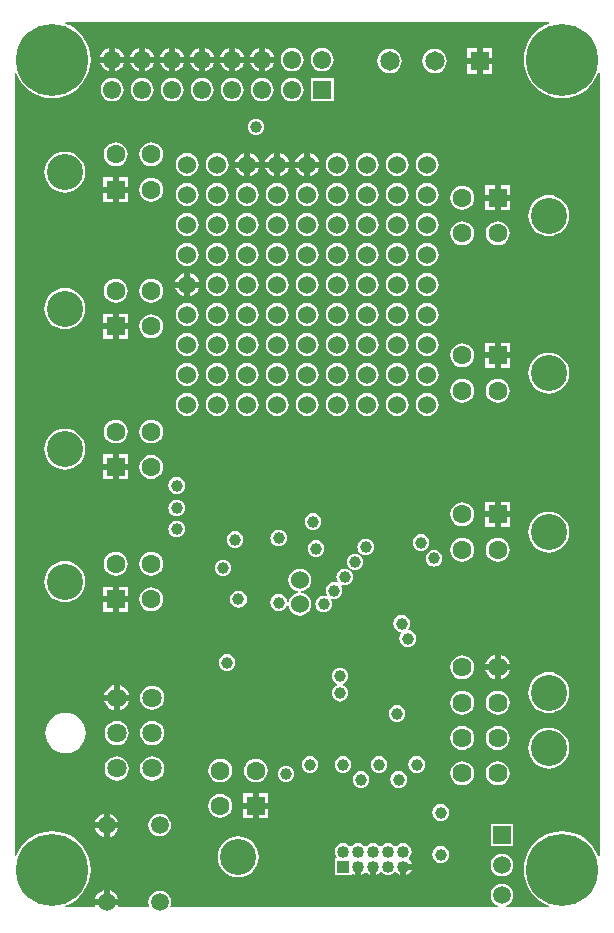
<source format=gbr>
%TF.GenerationSoftware,Altium Limited,Altium Designer,20.1.14 (287)*%
G04 Layer_Physical_Order=3*
G04 Layer_Color=16440176*
%FSLAX25Y25*%
%MOIN*%
%TF.SameCoordinates,66620FBD-E1AE-4FB5-826F-034038840454*%
%TF.FilePolarity,Positive*%
%TF.FileFunction,Copper,L3,Inr,Signal*%
%TF.Part,Single*%
G01*
G75*
%TA.AperFunction,ComponentPad*%
%ADD16C,0.06000*%
%ADD17C,0.12008*%
%ADD18C,0.06319*%
%ADD19R,0.06319X0.06319*%
%ADD20R,0.06102X0.06102*%
%ADD21C,0.06102*%
%ADD22C,0.06378*%
%ADD23C,0.05898*%
%ADD24R,0.04000X0.04000*%
%ADD25C,0.04000*%
%ADD26R,0.06319X0.06319*%
%ADD27R,0.06496X0.06496*%
%ADD28C,0.06496*%
%ADD29C,0.06417*%
%ADD30R,0.05906X0.05906*%
%ADD31C,0.05906*%
%TA.AperFunction,ViaPad*%
%ADD32C,0.03937*%
%ADD33C,0.24000*%
G36*
X180555Y297000D02*
X179177Y296429D01*
X177461Y295377D01*
X175930Y294070D01*
X174623Y292540D01*
X173571Y290823D01*
X172801Y288964D01*
X172331Y287007D01*
X172173Y285000D01*
X172331Y282993D01*
X172801Y281036D01*
X173571Y279177D01*
X174623Y277461D01*
X175930Y275930D01*
X177461Y274623D01*
X179177Y273571D01*
X181036Y272801D01*
X182993Y272331D01*
X185000Y272173D01*
X187007Y272331D01*
X188964Y272801D01*
X190823Y273571D01*
X192540Y274623D01*
X194070Y275930D01*
X195377Y277461D01*
X196429Y279177D01*
X197000Y280555D01*
X197500Y280456D01*
X197500Y19544D01*
X197000Y19444D01*
X196429Y20823D01*
X195377Y22539D01*
X194070Y24070D01*
X192540Y25377D01*
X190823Y26429D01*
X188964Y27199D01*
X187007Y27669D01*
X185000Y27827D01*
X182993Y27669D01*
X181036Y27199D01*
X179177Y26429D01*
X177461Y25377D01*
X175930Y24070D01*
X174623Y22539D01*
X173571Y20823D01*
X172801Y18964D01*
X172331Y17007D01*
X172173Y15000D01*
X172331Y12993D01*
X172801Y11036D01*
X173571Y9177D01*
X174623Y7461D01*
X175930Y5930D01*
X177461Y4623D01*
X179177Y3571D01*
X180555Y3000D01*
X180456Y2500D01*
X166423D01*
X166324Y3000D01*
X166886Y3233D01*
X167667Y3833D01*
X168267Y4614D01*
X168644Y5524D01*
X168772Y6500D01*
X168644Y7476D01*
X168267Y8386D01*
X167667Y9167D01*
X166886Y9767D01*
X165976Y10144D01*
X165000Y10272D01*
X164024Y10144D01*
X163114Y9767D01*
X162332Y9167D01*
X161733Y8386D01*
X161356Y7476D01*
X161228Y6500D01*
X161356Y5524D01*
X161733Y4614D01*
X162332Y3833D01*
X163114Y3233D01*
X163676Y3000D01*
X163577Y2500D01*
X54646D01*
X54368Y2916D01*
X54498Y3229D01*
X54627Y4205D01*
X54498Y5180D01*
X54122Y6089D01*
X53523Y6869D01*
X52742Y7468D01*
X51834Y7845D01*
X50858Y7973D01*
X49883Y7845D01*
X48974Y7468D01*
X48194Y6869D01*
X47595Y6089D01*
X47218Y5180D01*
X47090Y4205D01*
X47218Y3229D01*
X47348Y2916D01*
X47070Y2500D01*
X37160D01*
X36882Y2916D01*
X36989Y3174D01*
X36993Y3205D01*
X33142D01*
X29291D01*
X29294Y3174D01*
X29401Y2916D01*
X29124Y2500D01*
X19544D01*
X19444Y3000D01*
X20823Y3571D01*
X22539Y4623D01*
X24070Y5930D01*
X25377Y7461D01*
X26429Y9177D01*
X27199Y11036D01*
X27669Y12993D01*
X27827Y15000D01*
X27669Y17007D01*
X27199Y18964D01*
X26429Y20823D01*
X25377Y22539D01*
X24070Y24070D01*
X22539Y25377D01*
X20823Y26429D01*
X18964Y27199D01*
X17007Y27669D01*
X15000Y27827D01*
X12993Y27669D01*
X11036Y27199D01*
X9177Y26429D01*
X7461Y25377D01*
X5930Y24070D01*
X4623Y22539D01*
X3571Y20823D01*
X3000Y19444D01*
X2500Y19544D01*
X2500Y280456D01*
X3000Y280556D01*
X3571Y279177D01*
X4623Y277461D01*
X5930Y275930D01*
X7461Y274623D01*
X9177Y273571D01*
X11036Y272801D01*
X12993Y272331D01*
X15000Y272173D01*
X17007Y272331D01*
X18964Y272801D01*
X20823Y273571D01*
X22539Y274623D01*
X24070Y275930D01*
X25377Y277461D01*
X26429Y279177D01*
X27199Y281036D01*
X27669Y282993D01*
X27827Y285000D01*
X27669Y287007D01*
X27199Y288964D01*
X26429Y290823D01*
X25377Y292540D01*
X24070Y294070D01*
X22539Y295377D01*
X20823Y296429D01*
X19444Y297000D01*
X19544Y297500D01*
X180456D01*
X180555Y297000D01*
D02*
G37*
%LPC*%
G36*
X56000Y288954D02*
Y286000D01*
X58955D01*
X58947Y286058D01*
X58539Y287043D01*
X57889Y287889D01*
X57043Y288539D01*
X56058Y288947D01*
X56000Y288954D01*
D02*
G37*
G36*
X86000D02*
Y286000D01*
X88955D01*
X88947Y286058D01*
X88539Y287043D01*
X87889Y287889D01*
X87043Y288539D01*
X86058Y288947D01*
X86000Y288954D01*
D02*
G37*
G36*
X66000D02*
Y286000D01*
X68954D01*
X68947Y286058D01*
X68539Y287043D01*
X67889Y287889D01*
X67043Y288539D01*
X66058Y288947D01*
X66000Y288954D01*
D02*
G37*
G36*
X46000D02*
Y286000D01*
X48954D01*
X48947Y286058D01*
X48539Y287043D01*
X47889Y287889D01*
X47043Y288539D01*
X46058Y288947D01*
X46000Y288954D01*
D02*
G37*
G36*
X76000D02*
Y286000D01*
X78954D01*
X78947Y286058D01*
X78539Y287043D01*
X77889Y287889D01*
X77043Y288539D01*
X76058Y288947D01*
X76000Y288954D01*
D02*
G37*
G36*
X36000D02*
Y286000D01*
X38954D01*
X38947Y286058D01*
X38539Y287043D01*
X37889Y287889D01*
X37043Y288539D01*
X36058Y288947D01*
X36000Y288954D01*
D02*
G37*
G36*
X54000D02*
X53942Y288947D01*
X52957Y288539D01*
X52111Y287889D01*
X51461Y287043D01*
X51053Y286058D01*
X51046Y286000D01*
X54000D01*
Y288954D01*
D02*
G37*
G36*
X84000D02*
X83942Y288947D01*
X82957Y288539D01*
X82111Y287889D01*
X81461Y287043D01*
X81053Y286058D01*
X81046Y286000D01*
X84000D01*
Y288954D01*
D02*
G37*
G36*
X64000D02*
X63942Y288947D01*
X62957Y288539D01*
X62111Y287889D01*
X61461Y287043D01*
X61053Y286058D01*
X61045Y286000D01*
X64000D01*
Y288954D01*
D02*
G37*
G36*
X44000D02*
X43942Y288947D01*
X42957Y288539D01*
X42111Y287889D01*
X41461Y287043D01*
X41053Y286058D01*
X41045Y286000D01*
X44000D01*
Y288954D01*
D02*
G37*
G36*
X74000D02*
X73942Y288947D01*
X72957Y288539D01*
X72111Y287889D01*
X71461Y287043D01*
X71053Y286058D01*
X71046Y286000D01*
X74000D01*
Y288954D01*
D02*
G37*
G36*
X34000D02*
X33942Y288947D01*
X32957Y288539D01*
X32111Y287889D01*
X31461Y287043D01*
X31053Y286058D01*
X31045Y286000D01*
X34000D01*
Y288954D01*
D02*
G37*
G36*
X161748Y288748D02*
X158500D01*
Y285500D01*
X161748D01*
Y288748D01*
D02*
G37*
G36*
X156500D02*
X153252D01*
Y285500D01*
X156500D01*
Y288748D01*
D02*
G37*
G36*
X105000Y288872D02*
X103998Y288740D01*
X103064Y288353D01*
X102262Y287738D01*
X101647Y286936D01*
X101260Y286002D01*
X101128Y285000D01*
X101260Y283998D01*
X101647Y283064D01*
X102262Y282262D01*
X103064Y281647D01*
X103998Y281260D01*
X105000Y281128D01*
X106002Y281260D01*
X106936Y281647D01*
X107738Y282262D01*
X108353Y283064D01*
X108740Y283998D01*
X108872Y285000D01*
X108740Y286002D01*
X108353Y286936D01*
X107738Y287738D01*
X106936Y288353D01*
X106002Y288740D01*
X105000Y288872D01*
D02*
G37*
G36*
X95000D02*
X93998Y288740D01*
X93064Y288353D01*
X92262Y287738D01*
X91647Y286936D01*
X91260Y286002D01*
X91128Y285000D01*
X91260Y283998D01*
X91647Y283064D01*
X92262Y282262D01*
X93064Y281647D01*
X93998Y281260D01*
X95000Y281128D01*
X96002Y281260D01*
X96936Y281647D01*
X97738Y282262D01*
X98353Y283064D01*
X98740Y283998D01*
X98872Y285000D01*
X98740Y286002D01*
X98353Y286936D01*
X97738Y287738D01*
X96936Y288353D01*
X96002Y288740D01*
X95000Y288872D01*
D02*
G37*
G36*
X78954Y284000D02*
X76000D01*
Y281046D01*
X76058Y281053D01*
X77043Y281461D01*
X77889Y282111D01*
X78539Y282957D01*
X78947Y283942D01*
X78954Y284000D01*
D02*
G37*
G36*
X68954D02*
X66000D01*
Y281046D01*
X66058Y281053D01*
X67043Y281461D01*
X67889Y282111D01*
X68539Y282957D01*
X68947Y283942D01*
X68954Y284000D01*
D02*
G37*
G36*
X58955D02*
X56000D01*
Y281046D01*
X56058Y281053D01*
X57043Y281461D01*
X57889Y282111D01*
X58539Y282957D01*
X58947Y283942D01*
X58955Y284000D01*
D02*
G37*
G36*
X48954D02*
X46000D01*
Y281046D01*
X46058Y281053D01*
X47043Y281461D01*
X47889Y282111D01*
X48539Y282957D01*
X48947Y283942D01*
X48954Y284000D01*
D02*
G37*
G36*
X38954D02*
X36000D01*
Y281046D01*
X36058Y281053D01*
X37043Y281461D01*
X37889Y282111D01*
X38539Y282957D01*
X38947Y283942D01*
X38954Y284000D01*
D02*
G37*
G36*
X88955D02*
X86000D01*
Y281046D01*
X86058Y281053D01*
X87043Y281461D01*
X87889Y282111D01*
X88539Y282957D01*
X88947Y283942D01*
X88955Y284000D01*
D02*
G37*
G36*
X84000D02*
X81046D01*
X81053Y283942D01*
X81461Y282957D01*
X82111Y282111D01*
X82957Y281461D01*
X83942Y281053D01*
X84000Y281046D01*
Y284000D01*
D02*
G37*
G36*
X34000D02*
X31045D01*
X31053Y283942D01*
X31461Y282957D01*
X32111Y282111D01*
X32957Y281461D01*
X33942Y281053D01*
X34000Y281046D01*
Y284000D01*
D02*
G37*
G36*
X74000D02*
X71046D01*
X71053Y283942D01*
X71461Y282957D01*
X72111Y282111D01*
X72957Y281461D01*
X73942Y281053D01*
X74000Y281046D01*
Y284000D01*
D02*
G37*
G36*
X64000D02*
X61045D01*
X61053Y283942D01*
X61461Y282957D01*
X62111Y282111D01*
X62957Y281461D01*
X63942Y281053D01*
X64000Y281046D01*
Y284000D01*
D02*
G37*
G36*
X54000D02*
X51046D01*
X51053Y283942D01*
X51461Y282957D01*
X52111Y282111D01*
X52957Y281461D01*
X53942Y281053D01*
X54000Y281046D01*
Y284000D01*
D02*
G37*
G36*
X44000D02*
X41045D01*
X41053Y283942D01*
X41461Y282957D01*
X42111Y282111D01*
X42957Y281461D01*
X43942Y281053D01*
X44000Y281046D01*
Y284000D01*
D02*
G37*
G36*
X142500Y288570D02*
X141446Y288432D01*
X140465Y288025D01*
X139622Y287378D01*
X138975Y286535D01*
X138568Y285554D01*
X138430Y284500D01*
X138568Y283447D01*
X138975Y282465D01*
X139622Y281622D01*
X140465Y280975D01*
X141446Y280568D01*
X142500Y280430D01*
X143553Y280568D01*
X144535Y280975D01*
X145378Y281622D01*
X146025Y282465D01*
X146432Y283447D01*
X146570Y284500D01*
X146432Y285554D01*
X146025Y286535D01*
X145378Y287378D01*
X144535Y288025D01*
X143553Y288432D01*
X142500Y288570D01*
D02*
G37*
G36*
X127500D02*
X126446Y288432D01*
X125465Y288025D01*
X124622Y287378D01*
X123975Y286535D01*
X123568Y285554D01*
X123430Y284500D01*
X123568Y283447D01*
X123975Y282465D01*
X124622Y281622D01*
X125465Y280975D01*
X126446Y280568D01*
X127500Y280430D01*
X128553Y280568D01*
X129535Y280975D01*
X130378Y281622D01*
X131025Y282465D01*
X131432Y283447D01*
X131570Y284500D01*
X131432Y285554D01*
X131025Y286535D01*
X130378Y287378D01*
X129535Y288025D01*
X128553Y288432D01*
X127500Y288570D01*
D02*
G37*
G36*
X161748Y283500D02*
X158500D01*
Y280252D01*
X161748D01*
Y283500D01*
D02*
G37*
G36*
X156500D02*
X153252D01*
Y280252D01*
X156500D01*
Y283500D01*
D02*
G37*
G36*
X108839Y278839D02*
X101161D01*
Y271161D01*
X108839D01*
Y278839D01*
D02*
G37*
G36*
X95000Y278872D02*
X93998Y278740D01*
X93064Y278353D01*
X92262Y277738D01*
X91647Y276936D01*
X91260Y276002D01*
X91128Y275000D01*
X91260Y273998D01*
X91647Y273064D01*
X92262Y272262D01*
X93064Y271647D01*
X93998Y271260D01*
X95000Y271128D01*
X96002Y271260D01*
X96936Y271647D01*
X97738Y272262D01*
X98353Y273064D01*
X98740Y273998D01*
X98872Y275000D01*
X98740Y276002D01*
X98353Y276936D01*
X97738Y277738D01*
X96936Y278353D01*
X96002Y278740D01*
X95000Y278872D01*
D02*
G37*
G36*
X85000D02*
X83998Y278740D01*
X83064Y278353D01*
X82262Y277738D01*
X81647Y276936D01*
X81260Y276002D01*
X81128Y275000D01*
X81260Y273998D01*
X81647Y273064D01*
X82262Y272262D01*
X83064Y271647D01*
X83998Y271260D01*
X85000Y271128D01*
X86002Y271260D01*
X86936Y271647D01*
X87738Y272262D01*
X88353Y273064D01*
X88740Y273998D01*
X88872Y275000D01*
X88740Y276002D01*
X88353Y276936D01*
X87738Y277738D01*
X86936Y278353D01*
X86002Y278740D01*
X85000Y278872D01*
D02*
G37*
G36*
X75000D02*
X73998Y278740D01*
X73064Y278353D01*
X72262Y277738D01*
X71647Y276936D01*
X71260Y276002D01*
X71128Y275000D01*
X71260Y273998D01*
X71647Y273064D01*
X72262Y272262D01*
X73064Y271647D01*
X73998Y271260D01*
X75000Y271128D01*
X76002Y271260D01*
X76936Y271647D01*
X77738Y272262D01*
X78353Y273064D01*
X78740Y273998D01*
X78872Y275000D01*
X78740Y276002D01*
X78353Y276936D01*
X77738Y277738D01*
X76936Y278353D01*
X76002Y278740D01*
X75000Y278872D01*
D02*
G37*
G36*
X65000D02*
X63998Y278740D01*
X63064Y278353D01*
X62262Y277738D01*
X61647Y276936D01*
X61260Y276002D01*
X61128Y275000D01*
X61260Y273998D01*
X61647Y273064D01*
X62262Y272262D01*
X63064Y271647D01*
X63998Y271260D01*
X65000Y271128D01*
X66002Y271260D01*
X66936Y271647D01*
X67738Y272262D01*
X68353Y273064D01*
X68740Y273998D01*
X68872Y275000D01*
X68740Y276002D01*
X68353Y276936D01*
X67738Y277738D01*
X66936Y278353D01*
X66002Y278740D01*
X65000Y278872D01*
D02*
G37*
G36*
X55000D02*
X53998Y278740D01*
X53064Y278353D01*
X52262Y277738D01*
X51647Y276936D01*
X51260Y276002D01*
X51128Y275000D01*
X51260Y273998D01*
X51647Y273064D01*
X52262Y272262D01*
X53064Y271647D01*
X53998Y271260D01*
X55000Y271128D01*
X56002Y271260D01*
X56936Y271647D01*
X57738Y272262D01*
X58353Y273064D01*
X58740Y273998D01*
X58872Y275000D01*
X58740Y276002D01*
X58353Y276936D01*
X57738Y277738D01*
X56936Y278353D01*
X56002Y278740D01*
X55000Y278872D01*
D02*
G37*
G36*
X45000D02*
X43998Y278740D01*
X43064Y278353D01*
X42262Y277738D01*
X41647Y276936D01*
X41260Y276002D01*
X41128Y275000D01*
X41260Y273998D01*
X41647Y273064D01*
X42262Y272262D01*
X43064Y271647D01*
X43998Y271260D01*
X45000Y271128D01*
X46002Y271260D01*
X46936Y271647D01*
X47738Y272262D01*
X48353Y273064D01*
X48740Y273998D01*
X48872Y275000D01*
X48740Y276002D01*
X48353Y276936D01*
X47738Y277738D01*
X46936Y278353D01*
X46002Y278740D01*
X45000Y278872D01*
D02*
G37*
G36*
X35000D02*
X33998Y278740D01*
X33064Y278353D01*
X32262Y277738D01*
X31647Y276936D01*
X31260Y276002D01*
X31128Y275000D01*
X31260Y273998D01*
X31647Y273064D01*
X32262Y272262D01*
X33064Y271647D01*
X33998Y271260D01*
X35000Y271128D01*
X36002Y271260D01*
X36936Y271647D01*
X37738Y272262D01*
X38353Y273064D01*
X38740Y273998D01*
X38872Y275000D01*
X38740Y276002D01*
X38353Y276936D01*
X37738Y277738D01*
X36936Y278353D01*
X36002Y278740D01*
X35000Y278872D01*
D02*
G37*
G36*
X83000Y265280D02*
X82281Y265185D01*
X81610Y264907D01*
X81034Y264465D01*
X80593Y263890D01*
X80315Y263219D01*
X80220Y262500D01*
X80315Y261781D01*
X80593Y261110D01*
X81034Y260535D01*
X81610Y260093D01*
X82281Y259815D01*
X83000Y259720D01*
X83719Y259815D01*
X84390Y260093D01*
X84965Y260535D01*
X85407Y261110D01*
X85685Y261781D01*
X85780Y262500D01*
X85685Y263219D01*
X85407Y263890D01*
X84965Y264465D01*
X84390Y264907D01*
X83719Y265185D01*
X83000Y265280D01*
D02*
G37*
G36*
X101000Y253903D02*
Y251000D01*
X103903D01*
X103897Y251044D01*
X103494Y252017D01*
X102853Y252853D01*
X102017Y253494D01*
X101044Y253897D01*
X101000Y253903D01*
D02*
G37*
G36*
X99000D02*
X98956Y253897D01*
X97983Y253494D01*
X97147Y252853D01*
X96506Y252017D01*
X96103Y251044D01*
X96097Y251000D01*
X99000D01*
Y253903D01*
D02*
G37*
G36*
X91000D02*
Y251000D01*
X93903D01*
X93897Y251044D01*
X93494Y252017D01*
X92853Y252853D01*
X92017Y253494D01*
X91044Y253897D01*
X91000Y253903D01*
D02*
G37*
G36*
X89000D02*
X88956Y253897D01*
X87983Y253494D01*
X87147Y252853D01*
X86506Y252017D01*
X86103Y251044D01*
X86097Y251000D01*
X89000D01*
Y253903D01*
D02*
G37*
G36*
X81000D02*
Y251000D01*
X83903D01*
X83897Y251044D01*
X83494Y252017D01*
X82853Y252853D01*
X82017Y253494D01*
X81044Y253897D01*
X81000Y253903D01*
D02*
G37*
G36*
X79000D02*
X78956Y253897D01*
X77983Y253494D01*
X77147Y252853D01*
X76506Y252017D01*
X76103Y251044D01*
X76097Y251000D01*
X79000D01*
Y253903D01*
D02*
G37*
G36*
X48012Y257386D02*
X46981Y257251D01*
X46021Y256853D01*
X45197Y256220D01*
X44564Y255396D01*
X44167Y254436D01*
X44031Y253405D01*
X44167Y252375D01*
X44564Y251415D01*
X45197Y250591D01*
X46021Y249958D01*
X46981Y249560D01*
X48012Y249425D01*
X49042Y249560D01*
X50002Y249958D01*
X50827Y250591D01*
X51459Y251415D01*
X51857Y252375D01*
X51993Y253405D01*
X51857Y254436D01*
X51459Y255396D01*
X50827Y256220D01*
X50002Y256853D01*
X49042Y257251D01*
X48012Y257386D01*
D02*
G37*
G36*
X36201D02*
X35170Y257251D01*
X34210Y256853D01*
X33386Y256220D01*
X32753Y255396D01*
X32355Y254436D01*
X32220Y253405D01*
X32355Y252375D01*
X32753Y251415D01*
X33386Y250591D01*
X34210Y249958D01*
X35170Y249560D01*
X36201Y249425D01*
X37231Y249560D01*
X38191Y249958D01*
X39016Y250591D01*
X39648Y251415D01*
X40046Y252375D01*
X40182Y253405D01*
X40046Y254436D01*
X39648Y255396D01*
X39016Y256220D01*
X38191Y256853D01*
X37231Y257251D01*
X36201Y257386D01*
D02*
G37*
G36*
X140000Y253820D02*
X139011Y253690D01*
X138090Y253308D01*
X137299Y252701D01*
X136692Y251910D01*
X136310Y250989D01*
X136180Y250000D01*
X136310Y249011D01*
X136692Y248090D01*
X137299Y247299D01*
X138090Y246692D01*
X139011Y246310D01*
X140000Y246180D01*
X140989Y246310D01*
X141910Y246692D01*
X142701Y247299D01*
X143308Y248090D01*
X143690Y249011D01*
X143820Y250000D01*
X143690Y250989D01*
X143308Y251910D01*
X142701Y252701D01*
X141910Y253308D01*
X140989Y253690D01*
X140000Y253820D01*
D02*
G37*
G36*
X130000D02*
X129011Y253690D01*
X128090Y253308D01*
X127299Y252701D01*
X126692Y251910D01*
X126310Y250989D01*
X126180Y250000D01*
X126310Y249011D01*
X126692Y248090D01*
X127299Y247299D01*
X128090Y246692D01*
X129011Y246310D01*
X130000Y246180D01*
X130989Y246310D01*
X131910Y246692D01*
X132701Y247299D01*
X133308Y248090D01*
X133690Y249011D01*
X133820Y250000D01*
X133690Y250989D01*
X133308Y251910D01*
X132701Y252701D01*
X131910Y253308D01*
X130989Y253690D01*
X130000Y253820D01*
D02*
G37*
G36*
X120000D02*
X119011Y253690D01*
X118090Y253308D01*
X117299Y252701D01*
X116692Y251910D01*
X116310Y250989D01*
X116180Y250000D01*
X116310Y249011D01*
X116692Y248090D01*
X117299Y247299D01*
X118090Y246692D01*
X119011Y246310D01*
X120000Y246180D01*
X120989Y246310D01*
X121910Y246692D01*
X122701Y247299D01*
X123308Y248090D01*
X123690Y249011D01*
X123820Y250000D01*
X123690Y250989D01*
X123308Y251910D01*
X122701Y252701D01*
X121910Y253308D01*
X120989Y253690D01*
X120000Y253820D01*
D02*
G37*
G36*
X110000D02*
X109011Y253690D01*
X108090Y253308D01*
X107299Y252701D01*
X106692Y251910D01*
X106310Y250989D01*
X106180Y250000D01*
X106310Y249011D01*
X106692Y248090D01*
X107299Y247299D01*
X108090Y246692D01*
X109011Y246310D01*
X110000Y246180D01*
X110989Y246310D01*
X111910Y246692D01*
X112701Y247299D01*
X113308Y248090D01*
X113690Y249011D01*
X113820Y250000D01*
X113690Y250989D01*
X113308Y251910D01*
X112701Y252701D01*
X111910Y253308D01*
X110989Y253690D01*
X110000Y253820D01*
D02*
G37*
G36*
X70000D02*
X69011Y253690D01*
X68090Y253308D01*
X67299Y252701D01*
X66692Y251910D01*
X66310Y250989D01*
X66180Y250000D01*
X66310Y249011D01*
X66692Y248090D01*
X67299Y247299D01*
X68090Y246692D01*
X69011Y246310D01*
X70000Y246180D01*
X70989Y246310D01*
X71910Y246692D01*
X72701Y247299D01*
X73308Y248090D01*
X73690Y249011D01*
X73820Y250000D01*
X73690Y250989D01*
X73308Y251910D01*
X72701Y252701D01*
X71910Y253308D01*
X70989Y253690D01*
X70000Y253820D01*
D02*
G37*
G36*
X60000D02*
X59011Y253690D01*
X58090Y253308D01*
X57299Y252701D01*
X56692Y251910D01*
X56310Y250989D01*
X56180Y250000D01*
X56310Y249011D01*
X56692Y248090D01*
X57299Y247299D01*
X58090Y246692D01*
X59011Y246310D01*
X60000Y246180D01*
X60989Y246310D01*
X61910Y246692D01*
X62701Y247299D01*
X63308Y248090D01*
X63690Y249011D01*
X63820Y250000D01*
X63690Y250989D01*
X63308Y251910D01*
X62701Y252701D01*
X61910Y253308D01*
X60989Y253690D01*
X60000Y253820D01*
D02*
G37*
G36*
X103903Y249000D02*
X101000D01*
Y246097D01*
X101044Y246103D01*
X102017Y246506D01*
X102853Y247147D01*
X103494Y247983D01*
X103897Y248956D01*
X103903Y249000D01*
D02*
G37*
G36*
X99000D02*
X96097D01*
X96103Y248956D01*
X96506Y247983D01*
X97147Y247147D01*
X97983Y246506D01*
X98956Y246103D01*
X99000Y246097D01*
Y249000D01*
D02*
G37*
G36*
X93903D02*
X91000D01*
Y246097D01*
X91044Y246103D01*
X92017Y246506D01*
X92853Y247147D01*
X93494Y247983D01*
X93897Y248956D01*
X93903Y249000D01*
D02*
G37*
G36*
X89000D02*
X86097D01*
X86103Y248956D01*
X86506Y247983D01*
X87147Y247147D01*
X87983Y246506D01*
X88956Y246103D01*
X89000Y246097D01*
Y249000D01*
D02*
G37*
G36*
X83903D02*
X81000D01*
Y246097D01*
X81044Y246103D01*
X82017Y246506D01*
X82853Y247147D01*
X83494Y247983D01*
X83897Y248956D01*
X83903Y249000D01*
D02*
G37*
G36*
X79000D02*
X76097D01*
X76103Y248956D01*
X76506Y247983D01*
X77147Y247147D01*
X77983Y246506D01*
X78956Y246103D01*
X79000Y246097D01*
Y249000D01*
D02*
G37*
G36*
X40360Y245754D02*
X37201D01*
Y242595D01*
X40360D01*
Y245754D01*
D02*
G37*
G36*
X35201D02*
X32041D01*
Y242595D01*
X35201D01*
Y245754D01*
D02*
G37*
G36*
X19193Y254324D02*
X17862Y254193D01*
X16581Y253805D01*
X15402Y253174D01*
X14367Y252325D01*
X13519Y251291D01*
X12888Y250112D01*
X12500Y248831D01*
X12369Y247500D01*
X12500Y246169D01*
X12888Y244888D01*
X13519Y243709D01*
X14367Y242675D01*
X15402Y241826D01*
X16581Y241195D01*
X17862Y240807D01*
X19193Y240676D01*
X20524Y240807D01*
X21804Y241195D01*
X22984Y241826D01*
X24018Y242675D01*
X24867Y243709D01*
X25498Y244888D01*
X25886Y246169D01*
X26017Y247500D01*
X25886Y248831D01*
X25498Y250112D01*
X24867Y251291D01*
X24018Y252325D01*
X22984Y253174D01*
X21804Y253805D01*
X20524Y254193D01*
X19193Y254324D01*
D02*
G37*
G36*
X167652Y243065D02*
X164492D01*
Y239906D01*
X167652D01*
Y243065D01*
D02*
G37*
G36*
X162492D02*
X159333D01*
Y239906D01*
X162492D01*
Y243065D01*
D02*
G37*
G36*
X48012Y245575D02*
X46981Y245440D01*
X46021Y245042D01*
X45197Y244409D01*
X44564Y243585D01*
X44167Y242625D01*
X44031Y241595D01*
X44167Y240564D01*
X44564Y239604D01*
X45197Y238780D01*
X46021Y238147D01*
X46981Y237749D01*
X48012Y237614D01*
X49042Y237749D01*
X50002Y238147D01*
X50827Y238780D01*
X51459Y239604D01*
X51857Y240564D01*
X51993Y241595D01*
X51857Y242625D01*
X51459Y243585D01*
X50827Y244409D01*
X50002Y245042D01*
X49042Y245440D01*
X48012Y245575D01*
D02*
G37*
G36*
X40360Y240595D02*
X37201D01*
Y237435D01*
X40360D01*
Y240595D01*
D02*
G37*
G36*
X35201D02*
X32041D01*
Y237435D01*
X35201D01*
Y240595D01*
D02*
G37*
G36*
X140000Y243820D02*
X139011Y243690D01*
X138090Y243308D01*
X137299Y242701D01*
X136692Y241910D01*
X136310Y240989D01*
X136180Y240000D01*
X136310Y239011D01*
X136692Y238090D01*
X137299Y237299D01*
X138090Y236692D01*
X139011Y236310D01*
X140000Y236180D01*
X140989Y236310D01*
X141910Y236692D01*
X142701Y237299D01*
X143308Y238090D01*
X143690Y239011D01*
X143820Y240000D01*
X143690Y240989D01*
X143308Y241910D01*
X142701Y242701D01*
X141910Y243308D01*
X140989Y243690D01*
X140000Y243820D01*
D02*
G37*
G36*
X130000D02*
X129011Y243690D01*
X128090Y243308D01*
X127299Y242701D01*
X126692Y241910D01*
X126310Y240989D01*
X126180Y240000D01*
X126310Y239011D01*
X126692Y238090D01*
X127299Y237299D01*
X128090Y236692D01*
X129011Y236310D01*
X130000Y236180D01*
X130989Y236310D01*
X131910Y236692D01*
X132701Y237299D01*
X133308Y238090D01*
X133690Y239011D01*
X133820Y240000D01*
X133690Y240989D01*
X133308Y241910D01*
X132701Y242701D01*
X131910Y243308D01*
X130989Y243690D01*
X130000Y243820D01*
D02*
G37*
G36*
X120000D02*
X119011Y243690D01*
X118090Y243308D01*
X117299Y242701D01*
X116692Y241910D01*
X116310Y240989D01*
X116180Y240000D01*
X116310Y239011D01*
X116692Y238090D01*
X117299Y237299D01*
X118090Y236692D01*
X119011Y236310D01*
X120000Y236180D01*
X120989Y236310D01*
X121910Y236692D01*
X122701Y237299D01*
X123308Y238090D01*
X123690Y239011D01*
X123820Y240000D01*
X123690Y240989D01*
X123308Y241910D01*
X122701Y242701D01*
X121910Y243308D01*
X120989Y243690D01*
X120000Y243820D01*
D02*
G37*
G36*
X110000D02*
X109011Y243690D01*
X108090Y243308D01*
X107299Y242701D01*
X106692Y241910D01*
X106310Y240989D01*
X106180Y240000D01*
X106310Y239011D01*
X106692Y238090D01*
X107299Y237299D01*
X108090Y236692D01*
X109011Y236310D01*
X110000Y236180D01*
X110989Y236310D01*
X111910Y236692D01*
X112701Y237299D01*
X113308Y238090D01*
X113690Y239011D01*
X113820Y240000D01*
X113690Y240989D01*
X113308Y241910D01*
X112701Y242701D01*
X111910Y243308D01*
X110989Y243690D01*
X110000Y243820D01*
D02*
G37*
G36*
X100000D02*
X99011Y243690D01*
X98090Y243308D01*
X97299Y242701D01*
X96692Y241910D01*
X96310Y240989D01*
X96180Y240000D01*
X96310Y239011D01*
X96692Y238090D01*
X97299Y237299D01*
X98090Y236692D01*
X99011Y236310D01*
X100000Y236180D01*
X100989Y236310D01*
X101910Y236692D01*
X102701Y237299D01*
X103308Y238090D01*
X103690Y239011D01*
X103820Y240000D01*
X103690Y240989D01*
X103308Y241910D01*
X102701Y242701D01*
X101910Y243308D01*
X100989Y243690D01*
X100000Y243820D01*
D02*
G37*
G36*
X90000D02*
X89011Y243690D01*
X88090Y243308D01*
X87299Y242701D01*
X86692Y241910D01*
X86310Y240989D01*
X86180Y240000D01*
X86310Y239011D01*
X86692Y238090D01*
X87299Y237299D01*
X88090Y236692D01*
X89011Y236310D01*
X90000Y236180D01*
X90989Y236310D01*
X91910Y236692D01*
X92701Y237299D01*
X93308Y238090D01*
X93690Y239011D01*
X93820Y240000D01*
X93690Y240989D01*
X93308Y241910D01*
X92701Y242701D01*
X91910Y243308D01*
X90989Y243690D01*
X90000Y243820D01*
D02*
G37*
G36*
X80000D02*
X79011Y243690D01*
X78090Y243308D01*
X77299Y242701D01*
X76692Y241910D01*
X76310Y240989D01*
X76180Y240000D01*
X76310Y239011D01*
X76692Y238090D01*
X77299Y237299D01*
X78090Y236692D01*
X79011Y236310D01*
X80000Y236180D01*
X80989Y236310D01*
X81910Y236692D01*
X82701Y237299D01*
X83308Y238090D01*
X83690Y239011D01*
X83820Y240000D01*
X83690Y240989D01*
X83308Y241910D01*
X82701Y242701D01*
X81910Y243308D01*
X80989Y243690D01*
X80000Y243820D01*
D02*
G37*
G36*
X70000D02*
X69011Y243690D01*
X68090Y243308D01*
X67299Y242701D01*
X66692Y241910D01*
X66310Y240989D01*
X66180Y240000D01*
X66310Y239011D01*
X66692Y238090D01*
X67299Y237299D01*
X68090Y236692D01*
X69011Y236310D01*
X70000Y236180D01*
X70989Y236310D01*
X71910Y236692D01*
X72701Y237299D01*
X73308Y238090D01*
X73690Y239011D01*
X73820Y240000D01*
X73690Y240989D01*
X73308Y241910D01*
X72701Y242701D01*
X71910Y243308D01*
X70989Y243690D01*
X70000Y243820D01*
D02*
G37*
G36*
X60000D02*
X59011Y243690D01*
X58090Y243308D01*
X57299Y242701D01*
X56692Y241910D01*
X56310Y240989D01*
X56180Y240000D01*
X56310Y239011D01*
X56692Y238090D01*
X57299Y237299D01*
X58090Y236692D01*
X59011Y236310D01*
X60000Y236180D01*
X60989Y236310D01*
X61910Y236692D01*
X62701Y237299D01*
X63308Y238090D01*
X63690Y239011D01*
X63820Y240000D01*
X63690Y240989D01*
X63308Y241910D01*
X62701Y242701D01*
X61910Y243308D01*
X60989Y243690D01*
X60000Y243820D01*
D02*
G37*
G36*
X151681Y242886D02*
X150651Y242751D01*
X149691Y242353D01*
X148866Y241720D01*
X148233Y240896D01*
X147836Y239936D01*
X147700Y238906D01*
X147836Y237875D01*
X148233Y236915D01*
X148866Y236091D01*
X149691Y235458D01*
X150651Y235060D01*
X151681Y234925D01*
X152711Y235060D01*
X153672Y235458D01*
X154496Y236091D01*
X155129Y236915D01*
X155526Y237875D01*
X155662Y238906D01*
X155526Y239936D01*
X155129Y240896D01*
X154496Y241720D01*
X153672Y242353D01*
X152711Y242751D01*
X151681Y242886D01*
D02*
G37*
G36*
X167652Y237906D02*
X164492D01*
Y234746D01*
X167652D01*
Y237906D01*
D02*
G37*
G36*
X162492D02*
X159333D01*
Y234746D01*
X162492D01*
Y237906D01*
D02*
G37*
G36*
X140000Y233820D02*
X139011Y233690D01*
X138090Y233308D01*
X137299Y232701D01*
X136692Y231910D01*
X136310Y230989D01*
X136180Y230000D01*
X136310Y229011D01*
X136692Y228090D01*
X137299Y227299D01*
X138090Y226692D01*
X139011Y226310D01*
X140000Y226180D01*
X140989Y226310D01*
X141910Y226692D01*
X142701Y227299D01*
X143308Y228090D01*
X143690Y229011D01*
X143820Y230000D01*
X143690Y230989D01*
X143308Y231910D01*
X142701Y232701D01*
X141910Y233308D01*
X140989Y233690D01*
X140000Y233820D01*
D02*
G37*
G36*
X130000D02*
X129011Y233690D01*
X128090Y233308D01*
X127299Y232701D01*
X126692Y231910D01*
X126310Y230989D01*
X126180Y230000D01*
X126310Y229011D01*
X126692Y228090D01*
X127299Y227299D01*
X128090Y226692D01*
X129011Y226310D01*
X130000Y226180D01*
X130989Y226310D01*
X131910Y226692D01*
X132701Y227299D01*
X133308Y228090D01*
X133690Y229011D01*
X133820Y230000D01*
X133690Y230989D01*
X133308Y231910D01*
X132701Y232701D01*
X131910Y233308D01*
X130989Y233690D01*
X130000Y233820D01*
D02*
G37*
G36*
X120000D02*
X119011Y233690D01*
X118090Y233308D01*
X117299Y232701D01*
X116692Y231910D01*
X116310Y230989D01*
X116180Y230000D01*
X116310Y229011D01*
X116692Y228090D01*
X117299Y227299D01*
X118090Y226692D01*
X119011Y226310D01*
X120000Y226180D01*
X120989Y226310D01*
X121910Y226692D01*
X122701Y227299D01*
X123308Y228090D01*
X123690Y229011D01*
X123820Y230000D01*
X123690Y230989D01*
X123308Y231910D01*
X122701Y232701D01*
X121910Y233308D01*
X120989Y233690D01*
X120000Y233820D01*
D02*
G37*
G36*
X110000D02*
X109011Y233690D01*
X108090Y233308D01*
X107299Y232701D01*
X106692Y231910D01*
X106310Y230989D01*
X106180Y230000D01*
X106310Y229011D01*
X106692Y228090D01*
X107299Y227299D01*
X108090Y226692D01*
X109011Y226310D01*
X110000Y226180D01*
X110989Y226310D01*
X111910Y226692D01*
X112701Y227299D01*
X113308Y228090D01*
X113690Y229011D01*
X113820Y230000D01*
X113690Y230989D01*
X113308Y231910D01*
X112701Y232701D01*
X111910Y233308D01*
X110989Y233690D01*
X110000Y233820D01*
D02*
G37*
G36*
X100000D02*
X99011Y233690D01*
X98090Y233308D01*
X97299Y232701D01*
X96692Y231910D01*
X96310Y230989D01*
X96180Y230000D01*
X96310Y229011D01*
X96692Y228090D01*
X97299Y227299D01*
X98090Y226692D01*
X99011Y226310D01*
X100000Y226180D01*
X100989Y226310D01*
X101910Y226692D01*
X102701Y227299D01*
X103308Y228090D01*
X103690Y229011D01*
X103820Y230000D01*
X103690Y230989D01*
X103308Y231910D01*
X102701Y232701D01*
X101910Y233308D01*
X100989Y233690D01*
X100000Y233820D01*
D02*
G37*
G36*
X90000D02*
X89011Y233690D01*
X88090Y233308D01*
X87299Y232701D01*
X86692Y231910D01*
X86310Y230989D01*
X86180Y230000D01*
X86310Y229011D01*
X86692Y228090D01*
X87299Y227299D01*
X88090Y226692D01*
X89011Y226310D01*
X90000Y226180D01*
X90989Y226310D01*
X91910Y226692D01*
X92701Y227299D01*
X93308Y228090D01*
X93690Y229011D01*
X93820Y230000D01*
X93690Y230989D01*
X93308Y231910D01*
X92701Y232701D01*
X91910Y233308D01*
X90989Y233690D01*
X90000Y233820D01*
D02*
G37*
G36*
X80000D02*
X79011Y233690D01*
X78090Y233308D01*
X77299Y232701D01*
X76692Y231910D01*
X76310Y230989D01*
X76180Y230000D01*
X76310Y229011D01*
X76692Y228090D01*
X77299Y227299D01*
X78090Y226692D01*
X79011Y226310D01*
X80000Y226180D01*
X80989Y226310D01*
X81910Y226692D01*
X82701Y227299D01*
X83308Y228090D01*
X83690Y229011D01*
X83820Y230000D01*
X83690Y230989D01*
X83308Y231910D01*
X82701Y232701D01*
X81910Y233308D01*
X80989Y233690D01*
X80000Y233820D01*
D02*
G37*
G36*
X70000D02*
X69011Y233690D01*
X68090Y233308D01*
X67299Y232701D01*
X66692Y231910D01*
X66310Y230989D01*
X66180Y230000D01*
X66310Y229011D01*
X66692Y228090D01*
X67299Y227299D01*
X68090Y226692D01*
X69011Y226310D01*
X70000Y226180D01*
X70989Y226310D01*
X71910Y226692D01*
X72701Y227299D01*
X73308Y228090D01*
X73690Y229011D01*
X73820Y230000D01*
X73690Y230989D01*
X73308Y231910D01*
X72701Y232701D01*
X71910Y233308D01*
X70989Y233690D01*
X70000Y233820D01*
D02*
G37*
G36*
X60000D02*
X59011Y233690D01*
X58090Y233308D01*
X57299Y232701D01*
X56692Y231910D01*
X56310Y230989D01*
X56180Y230000D01*
X56310Y229011D01*
X56692Y228090D01*
X57299Y227299D01*
X58090Y226692D01*
X59011Y226310D01*
X60000Y226180D01*
X60989Y226310D01*
X61910Y226692D01*
X62701Y227299D01*
X63308Y228090D01*
X63690Y229011D01*
X63820Y230000D01*
X63690Y230989D01*
X63308Y231910D01*
X62701Y232701D01*
X61910Y233308D01*
X60989Y233690D01*
X60000Y233820D01*
D02*
G37*
G36*
X180500Y239824D02*
X179169Y239693D01*
X177889Y239305D01*
X176709Y238674D01*
X175675Y237825D01*
X174826Y236791D01*
X174195Y235612D01*
X173807Y234331D01*
X173676Y233000D01*
X173807Y231669D01*
X174195Y230388D01*
X174826Y229209D01*
X175675Y228175D01*
X176709Y227326D01*
X177889Y226695D01*
X179169Y226307D01*
X180500Y226176D01*
X181831Y226307D01*
X183112Y226695D01*
X184291Y227326D01*
X185325Y228175D01*
X186174Y229209D01*
X186805Y230388D01*
X187193Y231669D01*
X187324Y233000D01*
X187193Y234331D01*
X186805Y235612D01*
X186174Y236791D01*
X185325Y237825D01*
X184291Y238674D01*
X183112Y239305D01*
X181831Y239693D01*
X180500Y239824D01*
D02*
G37*
G36*
X163492Y231075D02*
X162462Y230940D01*
X161502Y230542D01*
X160677Y229909D01*
X160045Y229085D01*
X159647Y228125D01*
X159511Y227095D01*
X159647Y226064D01*
X160045Y225104D01*
X160677Y224280D01*
X161502Y223647D01*
X162462Y223249D01*
X163492Y223114D01*
X164523Y223249D01*
X165483Y223647D01*
X166307Y224280D01*
X166940Y225104D01*
X167337Y226064D01*
X167473Y227095D01*
X167337Y228125D01*
X166940Y229085D01*
X166307Y229909D01*
X165483Y230542D01*
X164523Y230940D01*
X163492Y231075D01*
D02*
G37*
G36*
X151681D02*
X150651Y230940D01*
X149691Y230542D01*
X148866Y229909D01*
X148233Y229085D01*
X147836Y228125D01*
X147700Y227095D01*
X147836Y226064D01*
X148233Y225104D01*
X148866Y224280D01*
X149691Y223647D01*
X150651Y223249D01*
X151681Y223114D01*
X152711Y223249D01*
X153672Y223647D01*
X154496Y224280D01*
X155129Y225104D01*
X155526Y226064D01*
X155662Y227095D01*
X155526Y228125D01*
X155129Y229085D01*
X154496Y229909D01*
X153672Y230542D01*
X152711Y230940D01*
X151681Y231075D01*
D02*
G37*
G36*
X140000Y223820D02*
X139011Y223690D01*
X138090Y223308D01*
X137299Y222701D01*
X136692Y221910D01*
X136310Y220989D01*
X136180Y220000D01*
X136310Y219011D01*
X136692Y218090D01*
X137299Y217299D01*
X138090Y216692D01*
X139011Y216310D01*
X140000Y216180D01*
X140989Y216310D01*
X141910Y216692D01*
X142701Y217299D01*
X143308Y218090D01*
X143690Y219011D01*
X143820Y220000D01*
X143690Y220989D01*
X143308Y221910D01*
X142701Y222701D01*
X141910Y223308D01*
X140989Y223690D01*
X140000Y223820D01*
D02*
G37*
G36*
X130000D02*
X129011Y223690D01*
X128090Y223308D01*
X127299Y222701D01*
X126692Y221910D01*
X126310Y220989D01*
X126180Y220000D01*
X126310Y219011D01*
X126692Y218090D01*
X127299Y217299D01*
X128090Y216692D01*
X129011Y216310D01*
X130000Y216180D01*
X130989Y216310D01*
X131910Y216692D01*
X132701Y217299D01*
X133308Y218090D01*
X133690Y219011D01*
X133820Y220000D01*
X133690Y220989D01*
X133308Y221910D01*
X132701Y222701D01*
X131910Y223308D01*
X130989Y223690D01*
X130000Y223820D01*
D02*
G37*
G36*
X120000D02*
X119011Y223690D01*
X118090Y223308D01*
X117299Y222701D01*
X116692Y221910D01*
X116310Y220989D01*
X116180Y220000D01*
X116310Y219011D01*
X116692Y218090D01*
X117299Y217299D01*
X118090Y216692D01*
X119011Y216310D01*
X120000Y216180D01*
X120989Y216310D01*
X121910Y216692D01*
X122701Y217299D01*
X123308Y218090D01*
X123690Y219011D01*
X123820Y220000D01*
X123690Y220989D01*
X123308Y221910D01*
X122701Y222701D01*
X121910Y223308D01*
X120989Y223690D01*
X120000Y223820D01*
D02*
G37*
G36*
X110000D02*
X109011Y223690D01*
X108090Y223308D01*
X107299Y222701D01*
X106692Y221910D01*
X106310Y220989D01*
X106180Y220000D01*
X106310Y219011D01*
X106692Y218090D01*
X107299Y217299D01*
X108090Y216692D01*
X109011Y216310D01*
X110000Y216180D01*
X110989Y216310D01*
X111910Y216692D01*
X112701Y217299D01*
X113308Y218090D01*
X113690Y219011D01*
X113820Y220000D01*
X113690Y220989D01*
X113308Y221910D01*
X112701Y222701D01*
X111910Y223308D01*
X110989Y223690D01*
X110000Y223820D01*
D02*
G37*
G36*
X100000D02*
X99011Y223690D01*
X98090Y223308D01*
X97299Y222701D01*
X96692Y221910D01*
X96310Y220989D01*
X96180Y220000D01*
X96310Y219011D01*
X96692Y218090D01*
X97299Y217299D01*
X98090Y216692D01*
X99011Y216310D01*
X100000Y216180D01*
X100989Y216310D01*
X101910Y216692D01*
X102701Y217299D01*
X103308Y218090D01*
X103690Y219011D01*
X103820Y220000D01*
X103690Y220989D01*
X103308Y221910D01*
X102701Y222701D01*
X101910Y223308D01*
X100989Y223690D01*
X100000Y223820D01*
D02*
G37*
G36*
X90000D02*
X89011Y223690D01*
X88090Y223308D01*
X87299Y222701D01*
X86692Y221910D01*
X86310Y220989D01*
X86180Y220000D01*
X86310Y219011D01*
X86692Y218090D01*
X87299Y217299D01*
X88090Y216692D01*
X89011Y216310D01*
X90000Y216180D01*
X90989Y216310D01*
X91910Y216692D01*
X92701Y217299D01*
X93308Y218090D01*
X93690Y219011D01*
X93820Y220000D01*
X93690Y220989D01*
X93308Y221910D01*
X92701Y222701D01*
X91910Y223308D01*
X90989Y223690D01*
X90000Y223820D01*
D02*
G37*
G36*
X80000D02*
X79011Y223690D01*
X78090Y223308D01*
X77299Y222701D01*
X76692Y221910D01*
X76310Y220989D01*
X76180Y220000D01*
X76310Y219011D01*
X76692Y218090D01*
X77299Y217299D01*
X78090Y216692D01*
X79011Y216310D01*
X80000Y216180D01*
X80989Y216310D01*
X81910Y216692D01*
X82701Y217299D01*
X83308Y218090D01*
X83690Y219011D01*
X83820Y220000D01*
X83690Y220989D01*
X83308Y221910D01*
X82701Y222701D01*
X81910Y223308D01*
X80989Y223690D01*
X80000Y223820D01*
D02*
G37*
G36*
X70000D02*
X69011Y223690D01*
X68090Y223308D01*
X67299Y222701D01*
X66692Y221910D01*
X66310Y220989D01*
X66180Y220000D01*
X66310Y219011D01*
X66692Y218090D01*
X67299Y217299D01*
X68090Y216692D01*
X69011Y216310D01*
X70000Y216180D01*
X70989Y216310D01*
X71910Y216692D01*
X72701Y217299D01*
X73308Y218090D01*
X73690Y219011D01*
X73820Y220000D01*
X73690Y220989D01*
X73308Y221910D01*
X72701Y222701D01*
X71910Y223308D01*
X70989Y223690D01*
X70000Y223820D01*
D02*
G37*
G36*
X60000D02*
X59011Y223690D01*
X58090Y223308D01*
X57299Y222701D01*
X56692Y221910D01*
X56310Y220989D01*
X56180Y220000D01*
X56310Y219011D01*
X56692Y218090D01*
X57299Y217299D01*
X58090Y216692D01*
X59011Y216310D01*
X60000Y216180D01*
X60989Y216310D01*
X61910Y216692D01*
X62701Y217299D01*
X63308Y218090D01*
X63690Y219011D01*
X63820Y220000D01*
X63690Y220989D01*
X63308Y221910D01*
X62701Y222701D01*
X61910Y223308D01*
X60989Y223690D01*
X60000Y223820D01*
D02*
G37*
G36*
X61000Y213903D02*
Y211000D01*
X63903D01*
X63897Y211044D01*
X63494Y212017D01*
X62853Y212853D01*
X62017Y213494D01*
X61044Y213897D01*
X61000Y213903D01*
D02*
G37*
G36*
X59000D02*
X58956Y213897D01*
X57983Y213494D01*
X57147Y212853D01*
X56506Y212017D01*
X56103Y211044D01*
X56097Y211000D01*
X59000D01*
Y213903D01*
D02*
G37*
G36*
X140000Y213820D02*
X139011Y213690D01*
X138090Y213308D01*
X137299Y212701D01*
X136692Y211910D01*
X136310Y210989D01*
X136180Y210000D01*
X136310Y209011D01*
X136692Y208090D01*
X137299Y207299D01*
X138090Y206692D01*
X139011Y206310D01*
X140000Y206180D01*
X140989Y206310D01*
X141910Y206692D01*
X142701Y207299D01*
X143308Y208090D01*
X143690Y209011D01*
X143820Y210000D01*
X143690Y210989D01*
X143308Y211910D01*
X142701Y212701D01*
X141910Y213308D01*
X140989Y213690D01*
X140000Y213820D01*
D02*
G37*
G36*
X130000D02*
X129011Y213690D01*
X128090Y213308D01*
X127299Y212701D01*
X126692Y211910D01*
X126310Y210989D01*
X126180Y210000D01*
X126310Y209011D01*
X126692Y208090D01*
X127299Y207299D01*
X128090Y206692D01*
X129011Y206310D01*
X130000Y206180D01*
X130989Y206310D01*
X131910Y206692D01*
X132701Y207299D01*
X133308Y208090D01*
X133690Y209011D01*
X133820Y210000D01*
X133690Y210989D01*
X133308Y211910D01*
X132701Y212701D01*
X131910Y213308D01*
X130989Y213690D01*
X130000Y213820D01*
D02*
G37*
G36*
X120000D02*
X119011Y213690D01*
X118090Y213308D01*
X117299Y212701D01*
X116692Y211910D01*
X116310Y210989D01*
X116180Y210000D01*
X116310Y209011D01*
X116692Y208090D01*
X117299Y207299D01*
X118090Y206692D01*
X119011Y206310D01*
X120000Y206180D01*
X120989Y206310D01*
X121910Y206692D01*
X122701Y207299D01*
X123308Y208090D01*
X123690Y209011D01*
X123820Y210000D01*
X123690Y210989D01*
X123308Y211910D01*
X122701Y212701D01*
X121910Y213308D01*
X120989Y213690D01*
X120000Y213820D01*
D02*
G37*
G36*
X110000D02*
X109011Y213690D01*
X108090Y213308D01*
X107299Y212701D01*
X106692Y211910D01*
X106310Y210989D01*
X106180Y210000D01*
X106310Y209011D01*
X106692Y208090D01*
X107299Y207299D01*
X108090Y206692D01*
X109011Y206310D01*
X110000Y206180D01*
X110989Y206310D01*
X111910Y206692D01*
X112701Y207299D01*
X113308Y208090D01*
X113690Y209011D01*
X113820Y210000D01*
X113690Y210989D01*
X113308Y211910D01*
X112701Y212701D01*
X111910Y213308D01*
X110989Y213690D01*
X110000Y213820D01*
D02*
G37*
G36*
X100000D02*
X99011Y213690D01*
X98090Y213308D01*
X97299Y212701D01*
X96692Y211910D01*
X96310Y210989D01*
X96180Y210000D01*
X96310Y209011D01*
X96692Y208090D01*
X97299Y207299D01*
X98090Y206692D01*
X99011Y206310D01*
X100000Y206180D01*
X100989Y206310D01*
X101910Y206692D01*
X102701Y207299D01*
X103308Y208090D01*
X103690Y209011D01*
X103820Y210000D01*
X103690Y210989D01*
X103308Y211910D01*
X102701Y212701D01*
X101910Y213308D01*
X100989Y213690D01*
X100000Y213820D01*
D02*
G37*
G36*
X90000D02*
X89011Y213690D01*
X88090Y213308D01*
X87299Y212701D01*
X86692Y211910D01*
X86310Y210989D01*
X86180Y210000D01*
X86310Y209011D01*
X86692Y208090D01*
X87299Y207299D01*
X88090Y206692D01*
X89011Y206310D01*
X90000Y206180D01*
X90989Y206310D01*
X91910Y206692D01*
X92701Y207299D01*
X93308Y208090D01*
X93690Y209011D01*
X93820Y210000D01*
X93690Y210989D01*
X93308Y211910D01*
X92701Y212701D01*
X91910Y213308D01*
X90989Y213690D01*
X90000Y213820D01*
D02*
G37*
G36*
X80000D02*
X79011Y213690D01*
X78090Y213308D01*
X77299Y212701D01*
X76692Y211910D01*
X76310Y210989D01*
X76180Y210000D01*
X76310Y209011D01*
X76692Y208090D01*
X77299Y207299D01*
X78090Y206692D01*
X79011Y206310D01*
X80000Y206180D01*
X80989Y206310D01*
X81910Y206692D01*
X82701Y207299D01*
X83308Y208090D01*
X83690Y209011D01*
X83820Y210000D01*
X83690Y210989D01*
X83308Y211910D01*
X82701Y212701D01*
X81910Y213308D01*
X80989Y213690D01*
X80000Y213820D01*
D02*
G37*
G36*
X70000D02*
X69011Y213690D01*
X68090Y213308D01*
X67299Y212701D01*
X66692Y211910D01*
X66310Y210989D01*
X66180Y210000D01*
X66310Y209011D01*
X66692Y208090D01*
X67299Y207299D01*
X68090Y206692D01*
X69011Y206310D01*
X70000Y206180D01*
X70989Y206310D01*
X71910Y206692D01*
X72701Y207299D01*
X73308Y208090D01*
X73690Y209011D01*
X73820Y210000D01*
X73690Y210989D01*
X73308Y211910D01*
X72701Y212701D01*
X71910Y213308D01*
X70989Y213690D01*
X70000Y213820D01*
D02*
G37*
G36*
X63903Y209000D02*
X61000D01*
Y206097D01*
X61044Y206103D01*
X62017Y206506D01*
X62853Y207147D01*
X63494Y207983D01*
X63897Y208956D01*
X63903Y209000D01*
D02*
G37*
G36*
X59000D02*
X56097D01*
X56103Y208956D01*
X56506Y207983D01*
X57147Y207147D01*
X57983Y206506D01*
X58956Y206103D01*
X59000Y206097D01*
Y209000D01*
D02*
G37*
G36*
X48012Y211886D02*
X46981Y211751D01*
X46021Y211353D01*
X45197Y210720D01*
X44564Y209896D01*
X44167Y208936D01*
X44031Y207906D01*
X44167Y206875D01*
X44564Y205915D01*
X45197Y205091D01*
X46021Y204458D01*
X46981Y204060D01*
X48012Y203925D01*
X49042Y204060D01*
X50002Y204458D01*
X50827Y205091D01*
X51459Y205915D01*
X51857Y206875D01*
X51993Y207906D01*
X51857Y208936D01*
X51459Y209896D01*
X50827Y210720D01*
X50002Y211353D01*
X49042Y211751D01*
X48012Y211886D01*
D02*
G37*
G36*
X36201D02*
X35170Y211751D01*
X34210Y211353D01*
X33386Y210720D01*
X32753Y209896D01*
X32355Y208936D01*
X32220Y207906D01*
X32355Y206875D01*
X32753Y205915D01*
X33386Y205091D01*
X34210Y204458D01*
X35170Y204060D01*
X36201Y203925D01*
X37231Y204060D01*
X38191Y204458D01*
X39016Y205091D01*
X39648Y205915D01*
X40046Y206875D01*
X40182Y207906D01*
X40046Y208936D01*
X39648Y209896D01*
X39016Y210720D01*
X38191Y211353D01*
X37231Y211751D01*
X36201Y211886D01*
D02*
G37*
G36*
X40360Y200254D02*
X37201D01*
Y197095D01*
X40360D01*
Y200254D01*
D02*
G37*
G36*
X35201D02*
X32041D01*
Y197095D01*
X35201D01*
Y200254D01*
D02*
G37*
G36*
X140000Y203820D02*
X139011Y203690D01*
X138090Y203308D01*
X137299Y202701D01*
X136692Y201910D01*
X136310Y200989D01*
X136180Y200000D01*
X136310Y199011D01*
X136692Y198090D01*
X137299Y197299D01*
X138090Y196692D01*
X139011Y196310D01*
X140000Y196180D01*
X140989Y196310D01*
X141910Y196692D01*
X142701Y197299D01*
X143308Y198090D01*
X143690Y199011D01*
X143820Y200000D01*
X143690Y200989D01*
X143308Y201910D01*
X142701Y202701D01*
X141910Y203308D01*
X140989Y203690D01*
X140000Y203820D01*
D02*
G37*
G36*
X130000D02*
X129011Y203690D01*
X128090Y203308D01*
X127299Y202701D01*
X126692Y201910D01*
X126310Y200989D01*
X126180Y200000D01*
X126310Y199011D01*
X126692Y198090D01*
X127299Y197299D01*
X128090Y196692D01*
X129011Y196310D01*
X130000Y196180D01*
X130989Y196310D01*
X131910Y196692D01*
X132701Y197299D01*
X133308Y198090D01*
X133690Y199011D01*
X133820Y200000D01*
X133690Y200989D01*
X133308Y201910D01*
X132701Y202701D01*
X131910Y203308D01*
X130989Y203690D01*
X130000Y203820D01*
D02*
G37*
G36*
X120000D02*
X119011Y203690D01*
X118090Y203308D01*
X117299Y202701D01*
X116692Y201910D01*
X116310Y200989D01*
X116180Y200000D01*
X116310Y199011D01*
X116692Y198090D01*
X117299Y197299D01*
X118090Y196692D01*
X119011Y196310D01*
X120000Y196180D01*
X120989Y196310D01*
X121910Y196692D01*
X122701Y197299D01*
X123308Y198090D01*
X123690Y199011D01*
X123820Y200000D01*
X123690Y200989D01*
X123308Y201910D01*
X122701Y202701D01*
X121910Y203308D01*
X120989Y203690D01*
X120000Y203820D01*
D02*
G37*
G36*
X110000D02*
X109011Y203690D01*
X108090Y203308D01*
X107299Y202701D01*
X106692Y201910D01*
X106310Y200989D01*
X106180Y200000D01*
X106310Y199011D01*
X106692Y198090D01*
X107299Y197299D01*
X108090Y196692D01*
X109011Y196310D01*
X110000Y196180D01*
X110989Y196310D01*
X111910Y196692D01*
X112701Y197299D01*
X113308Y198090D01*
X113690Y199011D01*
X113820Y200000D01*
X113690Y200989D01*
X113308Y201910D01*
X112701Y202701D01*
X111910Y203308D01*
X110989Y203690D01*
X110000Y203820D01*
D02*
G37*
G36*
X100000D02*
X99011Y203690D01*
X98090Y203308D01*
X97299Y202701D01*
X96692Y201910D01*
X96310Y200989D01*
X96180Y200000D01*
X96310Y199011D01*
X96692Y198090D01*
X97299Y197299D01*
X98090Y196692D01*
X99011Y196310D01*
X100000Y196180D01*
X100989Y196310D01*
X101910Y196692D01*
X102701Y197299D01*
X103308Y198090D01*
X103690Y199011D01*
X103820Y200000D01*
X103690Y200989D01*
X103308Y201910D01*
X102701Y202701D01*
X101910Y203308D01*
X100989Y203690D01*
X100000Y203820D01*
D02*
G37*
G36*
X90000D02*
X89011Y203690D01*
X88090Y203308D01*
X87299Y202701D01*
X86692Y201910D01*
X86310Y200989D01*
X86180Y200000D01*
X86310Y199011D01*
X86692Y198090D01*
X87299Y197299D01*
X88090Y196692D01*
X89011Y196310D01*
X90000Y196180D01*
X90989Y196310D01*
X91910Y196692D01*
X92701Y197299D01*
X93308Y198090D01*
X93690Y199011D01*
X93820Y200000D01*
X93690Y200989D01*
X93308Y201910D01*
X92701Y202701D01*
X91910Y203308D01*
X90989Y203690D01*
X90000Y203820D01*
D02*
G37*
G36*
X80000D02*
X79011Y203690D01*
X78090Y203308D01*
X77299Y202701D01*
X76692Y201910D01*
X76310Y200989D01*
X76180Y200000D01*
X76310Y199011D01*
X76692Y198090D01*
X77299Y197299D01*
X78090Y196692D01*
X79011Y196310D01*
X80000Y196180D01*
X80989Y196310D01*
X81910Y196692D01*
X82701Y197299D01*
X83308Y198090D01*
X83690Y199011D01*
X83820Y200000D01*
X83690Y200989D01*
X83308Y201910D01*
X82701Y202701D01*
X81910Y203308D01*
X80989Y203690D01*
X80000Y203820D01*
D02*
G37*
G36*
X70000D02*
X69011Y203690D01*
X68090Y203308D01*
X67299Y202701D01*
X66692Y201910D01*
X66310Y200989D01*
X66180Y200000D01*
X66310Y199011D01*
X66692Y198090D01*
X67299Y197299D01*
X68090Y196692D01*
X69011Y196310D01*
X70000Y196180D01*
X70989Y196310D01*
X71910Y196692D01*
X72701Y197299D01*
X73308Y198090D01*
X73690Y199011D01*
X73820Y200000D01*
X73690Y200989D01*
X73308Y201910D01*
X72701Y202701D01*
X71910Y203308D01*
X70989Y203690D01*
X70000Y203820D01*
D02*
G37*
G36*
X60000D02*
X59011Y203690D01*
X58090Y203308D01*
X57299Y202701D01*
X56692Y201910D01*
X56310Y200989D01*
X56180Y200000D01*
X56310Y199011D01*
X56692Y198090D01*
X57299Y197299D01*
X58090Y196692D01*
X59011Y196310D01*
X60000Y196180D01*
X60989Y196310D01*
X61910Y196692D01*
X62701Y197299D01*
X63308Y198090D01*
X63690Y199011D01*
X63820Y200000D01*
X63690Y200989D01*
X63308Y201910D01*
X62701Y202701D01*
X61910Y203308D01*
X60989Y203690D01*
X60000Y203820D01*
D02*
G37*
G36*
X19193Y208824D02*
X17862Y208693D01*
X16581Y208305D01*
X15402Y207674D01*
X14367Y206825D01*
X13519Y205791D01*
X12888Y204611D01*
X12500Y203331D01*
X12369Y202000D01*
X12500Y200669D01*
X12888Y199389D01*
X13519Y198209D01*
X14367Y197175D01*
X15402Y196326D01*
X16581Y195695D01*
X17862Y195307D01*
X19193Y195176D01*
X20524Y195307D01*
X21804Y195695D01*
X22984Y196326D01*
X24018Y197175D01*
X24867Y198209D01*
X25498Y199389D01*
X25886Y200669D01*
X26017Y202000D01*
X25886Y203331D01*
X25498Y204611D01*
X24867Y205791D01*
X24018Y206825D01*
X22984Y207674D01*
X21804Y208305D01*
X20524Y208693D01*
X19193Y208824D01*
D02*
G37*
G36*
X48012Y200075D02*
X46981Y199940D01*
X46021Y199542D01*
X45197Y198909D01*
X44564Y198085D01*
X44167Y197125D01*
X44031Y196095D01*
X44167Y195064D01*
X44564Y194104D01*
X45197Y193280D01*
X46021Y192647D01*
X46981Y192249D01*
X48012Y192114D01*
X49042Y192249D01*
X50002Y192647D01*
X50827Y193280D01*
X51459Y194104D01*
X51857Y195064D01*
X51993Y196095D01*
X51857Y197125D01*
X51459Y198085D01*
X50827Y198909D01*
X50002Y199542D01*
X49042Y199940D01*
X48012Y200075D01*
D02*
G37*
G36*
X40360Y195095D02*
X37201D01*
Y191935D01*
X40360D01*
Y195095D01*
D02*
G37*
G36*
X35201D02*
X32041D01*
Y191935D01*
X35201D01*
Y195095D01*
D02*
G37*
G36*
X167652Y190565D02*
X164492D01*
Y187406D01*
X167652D01*
Y190565D01*
D02*
G37*
G36*
X162492D02*
X159333D01*
Y187406D01*
X162492D01*
Y190565D01*
D02*
G37*
G36*
X140000Y193820D02*
X139011Y193690D01*
X138090Y193308D01*
X137299Y192701D01*
X136692Y191910D01*
X136310Y190989D01*
X136180Y190000D01*
X136310Y189011D01*
X136692Y188090D01*
X137299Y187299D01*
X138090Y186692D01*
X139011Y186310D01*
X140000Y186180D01*
X140989Y186310D01*
X141910Y186692D01*
X142701Y187299D01*
X143308Y188090D01*
X143690Y189011D01*
X143820Y190000D01*
X143690Y190989D01*
X143308Y191910D01*
X142701Y192701D01*
X141910Y193308D01*
X140989Y193690D01*
X140000Y193820D01*
D02*
G37*
G36*
X130000D02*
X129011Y193690D01*
X128090Y193308D01*
X127299Y192701D01*
X126692Y191910D01*
X126310Y190989D01*
X126180Y190000D01*
X126310Y189011D01*
X126692Y188090D01*
X127299Y187299D01*
X128090Y186692D01*
X129011Y186310D01*
X130000Y186180D01*
X130989Y186310D01*
X131910Y186692D01*
X132701Y187299D01*
X133308Y188090D01*
X133690Y189011D01*
X133820Y190000D01*
X133690Y190989D01*
X133308Y191910D01*
X132701Y192701D01*
X131910Y193308D01*
X130989Y193690D01*
X130000Y193820D01*
D02*
G37*
G36*
X120000D02*
X119011Y193690D01*
X118090Y193308D01*
X117299Y192701D01*
X116692Y191910D01*
X116310Y190989D01*
X116180Y190000D01*
X116310Y189011D01*
X116692Y188090D01*
X117299Y187299D01*
X118090Y186692D01*
X119011Y186310D01*
X120000Y186180D01*
X120989Y186310D01*
X121910Y186692D01*
X122701Y187299D01*
X123308Y188090D01*
X123690Y189011D01*
X123820Y190000D01*
X123690Y190989D01*
X123308Y191910D01*
X122701Y192701D01*
X121910Y193308D01*
X120989Y193690D01*
X120000Y193820D01*
D02*
G37*
G36*
X110000D02*
X109011Y193690D01*
X108090Y193308D01*
X107299Y192701D01*
X106692Y191910D01*
X106310Y190989D01*
X106180Y190000D01*
X106310Y189011D01*
X106692Y188090D01*
X107299Y187299D01*
X108090Y186692D01*
X109011Y186310D01*
X110000Y186180D01*
X110989Y186310D01*
X111910Y186692D01*
X112701Y187299D01*
X113308Y188090D01*
X113690Y189011D01*
X113820Y190000D01*
X113690Y190989D01*
X113308Y191910D01*
X112701Y192701D01*
X111910Y193308D01*
X110989Y193690D01*
X110000Y193820D01*
D02*
G37*
G36*
X100000D02*
X99011Y193690D01*
X98090Y193308D01*
X97299Y192701D01*
X96692Y191910D01*
X96310Y190989D01*
X96180Y190000D01*
X96310Y189011D01*
X96692Y188090D01*
X97299Y187299D01*
X98090Y186692D01*
X99011Y186310D01*
X100000Y186180D01*
X100989Y186310D01*
X101910Y186692D01*
X102701Y187299D01*
X103308Y188090D01*
X103690Y189011D01*
X103820Y190000D01*
X103690Y190989D01*
X103308Y191910D01*
X102701Y192701D01*
X101910Y193308D01*
X100989Y193690D01*
X100000Y193820D01*
D02*
G37*
G36*
X90000D02*
X89011Y193690D01*
X88090Y193308D01*
X87299Y192701D01*
X86692Y191910D01*
X86310Y190989D01*
X86180Y190000D01*
X86310Y189011D01*
X86692Y188090D01*
X87299Y187299D01*
X88090Y186692D01*
X89011Y186310D01*
X90000Y186180D01*
X90989Y186310D01*
X91910Y186692D01*
X92701Y187299D01*
X93308Y188090D01*
X93690Y189011D01*
X93820Y190000D01*
X93690Y190989D01*
X93308Y191910D01*
X92701Y192701D01*
X91910Y193308D01*
X90989Y193690D01*
X90000Y193820D01*
D02*
G37*
G36*
X80000D02*
X79011Y193690D01*
X78090Y193308D01*
X77299Y192701D01*
X76692Y191910D01*
X76310Y190989D01*
X76180Y190000D01*
X76310Y189011D01*
X76692Y188090D01*
X77299Y187299D01*
X78090Y186692D01*
X79011Y186310D01*
X80000Y186180D01*
X80989Y186310D01*
X81910Y186692D01*
X82701Y187299D01*
X83308Y188090D01*
X83690Y189011D01*
X83820Y190000D01*
X83690Y190989D01*
X83308Y191910D01*
X82701Y192701D01*
X81910Y193308D01*
X80989Y193690D01*
X80000Y193820D01*
D02*
G37*
G36*
X70000D02*
X69011Y193690D01*
X68090Y193308D01*
X67299Y192701D01*
X66692Y191910D01*
X66310Y190989D01*
X66180Y190000D01*
X66310Y189011D01*
X66692Y188090D01*
X67299Y187299D01*
X68090Y186692D01*
X69011Y186310D01*
X70000Y186180D01*
X70989Y186310D01*
X71910Y186692D01*
X72701Y187299D01*
X73308Y188090D01*
X73690Y189011D01*
X73820Y190000D01*
X73690Y190989D01*
X73308Y191910D01*
X72701Y192701D01*
X71910Y193308D01*
X70989Y193690D01*
X70000Y193820D01*
D02*
G37*
G36*
X60000D02*
X59011Y193690D01*
X58090Y193308D01*
X57299Y192701D01*
X56692Y191910D01*
X56310Y190989D01*
X56180Y190000D01*
X56310Y189011D01*
X56692Y188090D01*
X57299Y187299D01*
X58090Y186692D01*
X59011Y186310D01*
X60000Y186180D01*
X60989Y186310D01*
X61910Y186692D01*
X62701Y187299D01*
X63308Y188090D01*
X63690Y189011D01*
X63820Y190000D01*
X63690Y190989D01*
X63308Y191910D01*
X62701Y192701D01*
X61910Y193308D01*
X60989Y193690D01*
X60000Y193820D01*
D02*
G37*
G36*
X151681Y190386D02*
X150651Y190251D01*
X149691Y189853D01*
X148866Y189220D01*
X148233Y188396D01*
X147836Y187436D01*
X147700Y186406D01*
X147836Y185375D01*
X148233Y184415D01*
X148866Y183591D01*
X149691Y182958D01*
X150651Y182560D01*
X151681Y182425D01*
X152711Y182560D01*
X153672Y182958D01*
X154496Y183591D01*
X155129Y184415D01*
X155526Y185375D01*
X155662Y186406D01*
X155526Y187436D01*
X155129Y188396D01*
X154496Y189220D01*
X153672Y189853D01*
X152711Y190251D01*
X151681Y190386D01*
D02*
G37*
G36*
X167652Y185406D02*
X164492D01*
Y182246D01*
X167652D01*
Y185406D01*
D02*
G37*
G36*
X162492D02*
X159333D01*
Y182246D01*
X162492D01*
Y185406D01*
D02*
G37*
G36*
X140000Y183820D02*
X139011Y183690D01*
X138090Y183308D01*
X137299Y182701D01*
X136692Y181910D01*
X136310Y180989D01*
X136180Y180000D01*
X136310Y179011D01*
X136692Y178090D01*
X137299Y177299D01*
X138090Y176692D01*
X139011Y176310D01*
X140000Y176180D01*
X140989Y176310D01*
X141910Y176692D01*
X142701Y177299D01*
X143308Y178090D01*
X143690Y179011D01*
X143820Y180000D01*
X143690Y180989D01*
X143308Y181910D01*
X142701Y182701D01*
X141910Y183308D01*
X140989Y183690D01*
X140000Y183820D01*
D02*
G37*
G36*
X130000D02*
X129011Y183690D01*
X128090Y183308D01*
X127299Y182701D01*
X126692Y181910D01*
X126310Y180989D01*
X126180Y180000D01*
X126310Y179011D01*
X126692Y178090D01*
X127299Y177299D01*
X128090Y176692D01*
X129011Y176310D01*
X130000Y176180D01*
X130989Y176310D01*
X131910Y176692D01*
X132701Y177299D01*
X133308Y178090D01*
X133690Y179011D01*
X133820Y180000D01*
X133690Y180989D01*
X133308Y181910D01*
X132701Y182701D01*
X131910Y183308D01*
X130989Y183690D01*
X130000Y183820D01*
D02*
G37*
G36*
X120000D02*
X119011Y183690D01*
X118090Y183308D01*
X117299Y182701D01*
X116692Y181910D01*
X116310Y180989D01*
X116180Y180000D01*
X116310Y179011D01*
X116692Y178090D01*
X117299Y177299D01*
X118090Y176692D01*
X119011Y176310D01*
X120000Y176180D01*
X120989Y176310D01*
X121910Y176692D01*
X122701Y177299D01*
X123308Y178090D01*
X123690Y179011D01*
X123820Y180000D01*
X123690Y180989D01*
X123308Y181910D01*
X122701Y182701D01*
X121910Y183308D01*
X120989Y183690D01*
X120000Y183820D01*
D02*
G37*
G36*
X110000D02*
X109011Y183690D01*
X108090Y183308D01*
X107299Y182701D01*
X106692Y181910D01*
X106310Y180989D01*
X106180Y180000D01*
X106310Y179011D01*
X106692Y178090D01*
X107299Y177299D01*
X108090Y176692D01*
X109011Y176310D01*
X110000Y176180D01*
X110989Y176310D01*
X111910Y176692D01*
X112701Y177299D01*
X113308Y178090D01*
X113690Y179011D01*
X113820Y180000D01*
X113690Y180989D01*
X113308Y181910D01*
X112701Y182701D01*
X111910Y183308D01*
X110989Y183690D01*
X110000Y183820D01*
D02*
G37*
G36*
X100000D02*
X99011Y183690D01*
X98090Y183308D01*
X97299Y182701D01*
X96692Y181910D01*
X96310Y180989D01*
X96180Y180000D01*
X96310Y179011D01*
X96692Y178090D01*
X97299Y177299D01*
X98090Y176692D01*
X99011Y176310D01*
X100000Y176180D01*
X100989Y176310D01*
X101910Y176692D01*
X102701Y177299D01*
X103308Y178090D01*
X103690Y179011D01*
X103820Y180000D01*
X103690Y180989D01*
X103308Y181910D01*
X102701Y182701D01*
X101910Y183308D01*
X100989Y183690D01*
X100000Y183820D01*
D02*
G37*
G36*
X90000D02*
X89011Y183690D01*
X88090Y183308D01*
X87299Y182701D01*
X86692Y181910D01*
X86310Y180989D01*
X86180Y180000D01*
X86310Y179011D01*
X86692Y178090D01*
X87299Y177299D01*
X88090Y176692D01*
X89011Y176310D01*
X90000Y176180D01*
X90989Y176310D01*
X91910Y176692D01*
X92701Y177299D01*
X93308Y178090D01*
X93690Y179011D01*
X93820Y180000D01*
X93690Y180989D01*
X93308Y181910D01*
X92701Y182701D01*
X91910Y183308D01*
X90989Y183690D01*
X90000Y183820D01*
D02*
G37*
G36*
X80000D02*
X79011Y183690D01*
X78090Y183308D01*
X77299Y182701D01*
X76692Y181910D01*
X76310Y180989D01*
X76180Y180000D01*
X76310Y179011D01*
X76692Y178090D01*
X77299Y177299D01*
X78090Y176692D01*
X79011Y176310D01*
X80000Y176180D01*
X80989Y176310D01*
X81910Y176692D01*
X82701Y177299D01*
X83308Y178090D01*
X83690Y179011D01*
X83820Y180000D01*
X83690Y180989D01*
X83308Y181910D01*
X82701Y182701D01*
X81910Y183308D01*
X80989Y183690D01*
X80000Y183820D01*
D02*
G37*
G36*
X70000D02*
X69011Y183690D01*
X68090Y183308D01*
X67299Y182701D01*
X66692Y181910D01*
X66310Y180989D01*
X66180Y180000D01*
X66310Y179011D01*
X66692Y178090D01*
X67299Y177299D01*
X68090Y176692D01*
X69011Y176310D01*
X70000Y176180D01*
X70989Y176310D01*
X71910Y176692D01*
X72701Y177299D01*
X73308Y178090D01*
X73690Y179011D01*
X73820Y180000D01*
X73690Y180989D01*
X73308Y181910D01*
X72701Y182701D01*
X71910Y183308D01*
X70989Y183690D01*
X70000Y183820D01*
D02*
G37*
G36*
X60000D02*
X59011Y183690D01*
X58090Y183308D01*
X57299Y182701D01*
X56692Y181910D01*
X56310Y180989D01*
X56180Y180000D01*
X56310Y179011D01*
X56692Y178090D01*
X57299Y177299D01*
X58090Y176692D01*
X59011Y176310D01*
X60000Y176180D01*
X60989Y176310D01*
X61910Y176692D01*
X62701Y177299D01*
X63308Y178090D01*
X63690Y179011D01*
X63820Y180000D01*
X63690Y180989D01*
X63308Y181910D01*
X62701Y182701D01*
X61910Y183308D01*
X60989Y183690D01*
X60000Y183820D01*
D02*
G37*
G36*
X180500Y187324D02*
X179169Y187193D01*
X177889Y186805D01*
X176709Y186174D01*
X175675Y185325D01*
X174826Y184291D01*
X174195Y183112D01*
X173807Y181831D01*
X173676Y180500D01*
X173807Y179169D01*
X174195Y177889D01*
X174826Y176709D01*
X175675Y175675D01*
X176709Y174826D01*
X177889Y174195D01*
X179169Y173807D01*
X180500Y173676D01*
X181831Y173807D01*
X183112Y174195D01*
X184291Y174826D01*
X185325Y175675D01*
X186174Y176709D01*
X186805Y177889D01*
X187193Y179169D01*
X187324Y180500D01*
X187193Y181831D01*
X186805Y183112D01*
X186174Y184291D01*
X185325Y185325D01*
X184291Y186174D01*
X183112Y186805D01*
X181831Y187193D01*
X180500Y187324D01*
D02*
G37*
G36*
X163492Y178575D02*
X162462Y178440D01*
X161502Y178042D01*
X160677Y177409D01*
X160045Y176585D01*
X159647Y175625D01*
X159511Y174594D01*
X159647Y173564D01*
X160045Y172604D01*
X160677Y171780D01*
X161502Y171147D01*
X162462Y170749D01*
X163492Y170614D01*
X164523Y170749D01*
X165483Y171147D01*
X166307Y171780D01*
X166940Y172604D01*
X167337Y173564D01*
X167473Y174594D01*
X167337Y175625D01*
X166940Y176585D01*
X166307Y177409D01*
X165483Y178042D01*
X164523Y178440D01*
X163492Y178575D01*
D02*
G37*
G36*
X151681D02*
X150651Y178440D01*
X149691Y178042D01*
X148866Y177409D01*
X148233Y176585D01*
X147836Y175625D01*
X147700Y174594D01*
X147836Y173564D01*
X148233Y172604D01*
X148866Y171780D01*
X149691Y171147D01*
X150651Y170749D01*
X151681Y170614D01*
X152711Y170749D01*
X153672Y171147D01*
X154496Y171780D01*
X155129Y172604D01*
X155526Y173564D01*
X155662Y174594D01*
X155526Y175625D01*
X155129Y176585D01*
X154496Y177409D01*
X153672Y178042D01*
X152711Y178440D01*
X151681Y178575D01*
D02*
G37*
G36*
X140000Y173820D02*
X139011Y173690D01*
X138090Y173308D01*
X137299Y172701D01*
X136692Y171910D01*
X136310Y170989D01*
X136180Y170000D01*
X136310Y169011D01*
X136692Y168090D01*
X137299Y167299D01*
X138090Y166692D01*
X139011Y166310D01*
X140000Y166180D01*
X140989Y166310D01*
X141910Y166692D01*
X142701Y167299D01*
X143308Y168090D01*
X143690Y169011D01*
X143820Y170000D01*
X143690Y170989D01*
X143308Y171910D01*
X142701Y172701D01*
X141910Y173308D01*
X140989Y173690D01*
X140000Y173820D01*
D02*
G37*
G36*
X130000D02*
X129011Y173690D01*
X128090Y173308D01*
X127299Y172701D01*
X126692Y171910D01*
X126310Y170989D01*
X126180Y170000D01*
X126310Y169011D01*
X126692Y168090D01*
X127299Y167299D01*
X128090Y166692D01*
X129011Y166310D01*
X130000Y166180D01*
X130989Y166310D01*
X131910Y166692D01*
X132701Y167299D01*
X133308Y168090D01*
X133690Y169011D01*
X133820Y170000D01*
X133690Y170989D01*
X133308Y171910D01*
X132701Y172701D01*
X131910Y173308D01*
X130989Y173690D01*
X130000Y173820D01*
D02*
G37*
G36*
X120000D02*
X119011Y173690D01*
X118090Y173308D01*
X117299Y172701D01*
X116692Y171910D01*
X116310Y170989D01*
X116180Y170000D01*
X116310Y169011D01*
X116692Y168090D01*
X117299Y167299D01*
X118090Y166692D01*
X119011Y166310D01*
X120000Y166180D01*
X120989Y166310D01*
X121910Y166692D01*
X122701Y167299D01*
X123308Y168090D01*
X123690Y169011D01*
X123820Y170000D01*
X123690Y170989D01*
X123308Y171910D01*
X122701Y172701D01*
X121910Y173308D01*
X120989Y173690D01*
X120000Y173820D01*
D02*
G37*
G36*
X110000D02*
X109011Y173690D01*
X108090Y173308D01*
X107299Y172701D01*
X106692Y171910D01*
X106310Y170989D01*
X106180Y170000D01*
X106310Y169011D01*
X106692Y168090D01*
X107299Y167299D01*
X108090Y166692D01*
X109011Y166310D01*
X110000Y166180D01*
X110989Y166310D01*
X111910Y166692D01*
X112701Y167299D01*
X113308Y168090D01*
X113690Y169011D01*
X113820Y170000D01*
X113690Y170989D01*
X113308Y171910D01*
X112701Y172701D01*
X111910Y173308D01*
X110989Y173690D01*
X110000Y173820D01*
D02*
G37*
G36*
X100000D02*
X99011Y173690D01*
X98090Y173308D01*
X97299Y172701D01*
X96692Y171910D01*
X96310Y170989D01*
X96180Y170000D01*
X96310Y169011D01*
X96692Y168090D01*
X97299Y167299D01*
X98090Y166692D01*
X99011Y166310D01*
X100000Y166180D01*
X100989Y166310D01*
X101910Y166692D01*
X102701Y167299D01*
X103308Y168090D01*
X103690Y169011D01*
X103820Y170000D01*
X103690Y170989D01*
X103308Y171910D01*
X102701Y172701D01*
X101910Y173308D01*
X100989Y173690D01*
X100000Y173820D01*
D02*
G37*
G36*
X90000D02*
X89011Y173690D01*
X88090Y173308D01*
X87299Y172701D01*
X86692Y171910D01*
X86310Y170989D01*
X86180Y170000D01*
X86310Y169011D01*
X86692Y168090D01*
X87299Y167299D01*
X88090Y166692D01*
X89011Y166310D01*
X90000Y166180D01*
X90989Y166310D01*
X91910Y166692D01*
X92701Y167299D01*
X93308Y168090D01*
X93690Y169011D01*
X93820Y170000D01*
X93690Y170989D01*
X93308Y171910D01*
X92701Y172701D01*
X91910Y173308D01*
X90989Y173690D01*
X90000Y173820D01*
D02*
G37*
G36*
X80000D02*
X79011Y173690D01*
X78090Y173308D01*
X77299Y172701D01*
X76692Y171910D01*
X76310Y170989D01*
X76180Y170000D01*
X76310Y169011D01*
X76692Y168090D01*
X77299Y167299D01*
X78090Y166692D01*
X79011Y166310D01*
X80000Y166180D01*
X80989Y166310D01*
X81910Y166692D01*
X82701Y167299D01*
X83308Y168090D01*
X83690Y169011D01*
X83820Y170000D01*
X83690Y170989D01*
X83308Y171910D01*
X82701Y172701D01*
X81910Y173308D01*
X80989Y173690D01*
X80000Y173820D01*
D02*
G37*
G36*
X70000D02*
X69011Y173690D01*
X68090Y173308D01*
X67299Y172701D01*
X66692Y171910D01*
X66310Y170989D01*
X66180Y170000D01*
X66310Y169011D01*
X66692Y168090D01*
X67299Y167299D01*
X68090Y166692D01*
X69011Y166310D01*
X70000Y166180D01*
X70989Y166310D01*
X71910Y166692D01*
X72701Y167299D01*
X73308Y168090D01*
X73690Y169011D01*
X73820Y170000D01*
X73690Y170989D01*
X73308Y171910D01*
X72701Y172701D01*
X71910Y173308D01*
X70989Y173690D01*
X70000Y173820D01*
D02*
G37*
G36*
X60000D02*
X59011Y173690D01*
X58090Y173308D01*
X57299Y172701D01*
X56692Y171910D01*
X56310Y170989D01*
X56180Y170000D01*
X56310Y169011D01*
X56692Y168090D01*
X57299Y167299D01*
X58090Y166692D01*
X59011Y166310D01*
X60000Y166180D01*
X60989Y166310D01*
X61910Y166692D01*
X62701Y167299D01*
X63308Y168090D01*
X63690Y169011D01*
X63820Y170000D01*
X63690Y170989D01*
X63308Y171910D01*
X62701Y172701D01*
X61910Y173308D01*
X60989Y173690D01*
X60000Y173820D01*
D02*
G37*
G36*
X48012Y164981D02*
X46981Y164845D01*
X46021Y164448D01*
X45197Y163815D01*
X44564Y162990D01*
X44167Y162030D01*
X44031Y161000D01*
X44167Y159970D01*
X44564Y159010D01*
X45197Y158185D01*
X46021Y157552D01*
X46981Y157155D01*
X48012Y157019D01*
X49042Y157155D01*
X50002Y157552D01*
X50827Y158185D01*
X51459Y159010D01*
X51857Y159970D01*
X51993Y161000D01*
X51857Y162030D01*
X51459Y162990D01*
X50827Y163815D01*
X50002Y164448D01*
X49042Y164845D01*
X48012Y164981D01*
D02*
G37*
G36*
X36201D02*
X35170Y164845D01*
X34210Y164448D01*
X33386Y163815D01*
X32753Y162990D01*
X32355Y162030D01*
X32220Y161000D01*
X32355Y159970D01*
X32753Y159010D01*
X33386Y158185D01*
X34210Y157552D01*
X35170Y157155D01*
X36201Y157019D01*
X37231Y157155D01*
X38191Y157552D01*
X39016Y158185D01*
X39648Y159010D01*
X40046Y159970D01*
X40182Y161000D01*
X40046Y162030D01*
X39648Y162990D01*
X39016Y163815D01*
X38191Y164448D01*
X37231Y164845D01*
X36201Y164981D01*
D02*
G37*
G36*
X40360Y153348D02*
X37201D01*
Y150189D01*
X40360D01*
Y153348D01*
D02*
G37*
G36*
X35201D02*
X32041D01*
Y150189D01*
X35201D01*
Y153348D01*
D02*
G37*
G36*
X19193Y161919D02*
X17862Y161788D01*
X16581Y161399D01*
X15402Y160769D01*
X14367Y159920D01*
X13519Y158886D01*
X12888Y157706D01*
X12500Y156426D01*
X12369Y155095D01*
X12500Y153763D01*
X12888Y152483D01*
X13519Y151303D01*
X14367Y150269D01*
X15402Y149420D01*
X16581Y148790D01*
X17862Y148401D01*
X19193Y148270D01*
X20524Y148401D01*
X21804Y148790D01*
X22984Y149420D01*
X24018Y150269D01*
X24867Y151303D01*
X25498Y152483D01*
X25886Y153763D01*
X26017Y155095D01*
X25886Y156426D01*
X25498Y157706D01*
X24867Y158886D01*
X24018Y159920D01*
X22984Y160769D01*
X21804Y161399D01*
X20524Y161788D01*
X19193Y161919D01*
D02*
G37*
G36*
X48012Y153170D02*
X46981Y153034D01*
X46021Y152637D01*
X45197Y152004D01*
X44564Y151179D01*
X44167Y150219D01*
X44031Y149189D01*
X44167Y148159D01*
X44564Y147198D01*
X45197Y146374D01*
X46021Y145741D01*
X46981Y145344D01*
X48012Y145208D01*
X49042Y145344D01*
X50002Y145741D01*
X50827Y146374D01*
X51459Y147198D01*
X51857Y148159D01*
X51993Y149189D01*
X51857Y150219D01*
X51459Y151179D01*
X50827Y152004D01*
X50002Y152637D01*
X49042Y153034D01*
X48012Y153170D01*
D02*
G37*
G36*
X40360Y148189D02*
X37201D01*
Y145029D01*
X40360D01*
Y148189D01*
D02*
G37*
G36*
X35201D02*
X32041D01*
Y145029D01*
X35201D01*
Y148189D01*
D02*
G37*
G36*
X56500Y145780D02*
X55781Y145685D01*
X55110Y145407D01*
X54535Y144966D01*
X54093Y144390D01*
X53815Y143719D01*
X53720Y143000D01*
X53815Y142281D01*
X54093Y141610D01*
X54535Y141034D01*
X55110Y140593D01*
X55781Y140315D01*
X56500Y140220D01*
X57219Y140315D01*
X57890Y140593D01*
X58465Y141034D01*
X58907Y141610D01*
X59185Y142281D01*
X59280Y143000D01*
X59185Y143719D01*
X58907Y144390D01*
X58465Y144966D01*
X57890Y145407D01*
X57219Y145685D01*
X56500Y145780D01*
D02*
G37*
G36*
X167652Y137565D02*
X164492D01*
Y134406D01*
X167652D01*
Y137565D01*
D02*
G37*
G36*
X162492D02*
X159333D01*
Y134406D01*
X162492D01*
Y137565D01*
D02*
G37*
G36*
X56500Y138280D02*
X55781Y138185D01*
X55110Y137907D01*
X54535Y137466D01*
X54093Y136890D01*
X53815Y136219D01*
X53720Y135500D01*
X53815Y134781D01*
X54093Y134110D01*
X54535Y133535D01*
X55110Y133093D01*
X55781Y132815D01*
X56500Y132720D01*
X57219Y132815D01*
X57890Y133093D01*
X58465Y133535D01*
X58907Y134110D01*
X59185Y134781D01*
X59280Y135500D01*
X59185Y136219D01*
X58907Y136890D01*
X58465Y137466D01*
X57890Y137907D01*
X57219Y138185D01*
X56500Y138280D01*
D02*
G37*
G36*
X151681Y137386D02*
X150651Y137251D01*
X149691Y136853D01*
X148866Y136220D01*
X148233Y135396D01*
X147836Y134436D01*
X147700Y133405D01*
X147836Y132375D01*
X148233Y131415D01*
X148866Y130591D01*
X149691Y129958D01*
X150651Y129560D01*
X151681Y129425D01*
X152711Y129560D01*
X153672Y129958D01*
X154496Y130591D01*
X155129Y131415D01*
X155526Y132375D01*
X155662Y133405D01*
X155526Y134436D01*
X155129Y135396D01*
X154496Y136220D01*
X153672Y136853D01*
X152711Y137251D01*
X151681Y137386D01*
D02*
G37*
G36*
X167652Y132405D02*
X164492D01*
Y129246D01*
X167652D01*
Y132405D01*
D02*
G37*
G36*
X162492D02*
X159333D01*
Y129246D01*
X162492D01*
Y132405D01*
D02*
G37*
G36*
X102000Y133780D02*
X101281Y133685D01*
X100610Y133407D01*
X100034Y132966D01*
X99593Y132390D01*
X99315Y131719D01*
X99220Y131000D01*
X99315Y130281D01*
X99593Y129610D01*
X100034Y129034D01*
X100610Y128593D01*
X101281Y128315D01*
X102000Y128220D01*
X102719Y128315D01*
X103390Y128593D01*
X103965Y129034D01*
X104407Y129610D01*
X104685Y130281D01*
X104780Y131000D01*
X104685Y131719D01*
X104407Y132390D01*
X103965Y132966D01*
X103390Y133407D01*
X102719Y133685D01*
X102000Y133780D01*
D02*
G37*
G36*
X56500Y131280D02*
X55781Y131185D01*
X55110Y130907D01*
X54535Y130465D01*
X54093Y129890D01*
X53815Y129219D01*
X53720Y128500D01*
X53815Y127781D01*
X54093Y127110D01*
X54535Y126534D01*
X55110Y126093D01*
X55781Y125815D01*
X56500Y125720D01*
X57219Y125815D01*
X57890Y126093D01*
X58465Y126534D01*
X58907Y127110D01*
X59185Y127781D01*
X59280Y128500D01*
X59185Y129219D01*
X58907Y129890D01*
X58465Y130465D01*
X57890Y130907D01*
X57219Y131185D01*
X56500Y131280D01*
D02*
G37*
G36*
X90500Y128280D02*
X89781Y128185D01*
X89110Y127907D01*
X88534Y127465D01*
X88093Y126890D01*
X87815Y126219D01*
X87720Y125500D01*
X87815Y124781D01*
X88093Y124110D01*
X88534Y123535D01*
X89110Y123093D01*
X89781Y122815D01*
X90500Y122720D01*
X91219Y122815D01*
X91890Y123093D01*
X92466Y123535D01*
X92907Y124110D01*
X93185Y124781D01*
X93280Y125500D01*
X93185Y126219D01*
X92907Y126890D01*
X92466Y127465D01*
X91890Y127907D01*
X91219Y128185D01*
X90500Y128280D01*
D02*
G37*
G36*
X76000Y127780D02*
X75281Y127685D01*
X74610Y127407D01*
X74035Y126965D01*
X73593Y126390D01*
X73315Y125719D01*
X73220Y125000D01*
X73315Y124281D01*
X73593Y123610D01*
X74035Y123035D01*
X74610Y122593D01*
X75281Y122315D01*
X76000Y122220D01*
X76719Y122315D01*
X77390Y122593D01*
X77965Y123035D01*
X78407Y123610D01*
X78685Y124281D01*
X78780Y125000D01*
X78685Y125719D01*
X78407Y126390D01*
X77965Y126965D01*
X77390Y127407D01*
X76719Y127685D01*
X76000Y127780D01*
D02*
G37*
G36*
X138000Y126780D02*
X137281Y126685D01*
X136610Y126407D01*
X136035Y125965D01*
X135593Y125390D01*
X135315Y124719D01*
X135220Y124000D01*
X135315Y123281D01*
X135593Y122610D01*
X136035Y122035D01*
X136610Y121593D01*
X137281Y121315D01*
X138000Y121220D01*
X138719Y121315D01*
X139390Y121593D01*
X139965Y122035D01*
X140407Y122610D01*
X140685Y123281D01*
X140780Y124000D01*
X140685Y124719D01*
X140407Y125390D01*
X139965Y125965D01*
X139390Y126407D01*
X138719Y126685D01*
X138000Y126780D01*
D02*
G37*
G36*
X180500Y134324D02*
X179169Y134193D01*
X177889Y133805D01*
X176709Y133174D01*
X175675Y132325D01*
X174826Y131291D01*
X174195Y130112D01*
X173807Y128831D01*
X173676Y127500D01*
X173807Y126169D01*
X174195Y124889D01*
X174826Y123709D01*
X175675Y122675D01*
X176709Y121826D01*
X177889Y121195D01*
X179169Y120807D01*
X180500Y120676D01*
X181831Y120807D01*
X183112Y121195D01*
X184291Y121826D01*
X185325Y122675D01*
X186174Y123709D01*
X186805Y124889D01*
X187193Y126169D01*
X187324Y127500D01*
X187193Y128831D01*
X186805Y130112D01*
X186174Y131291D01*
X185325Y132325D01*
X184291Y133174D01*
X183112Y133805D01*
X181831Y134193D01*
X180500Y134324D01*
D02*
G37*
G36*
X119500Y125280D02*
X118781Y125185D01*
X118110Y124907D01*
X117534Y124466D01*
X117093Y123890D01*
X116815Y123219D01*
X116720Y122500D01*
X116815Y121781D01*
X117093Y121110D01*
X117534Y120535D01*
X118110Y120093D01*
X118781Y119815D01*
X119500Y119720D01*
X120219Y119815D01*
X120890Y120093D01*
X121466Y120535D01*
X121907Y121110D01*
X122185Y121781D01*
X122280Y122500D01*
X122185Y123219D01*
X121907Y123890D01*
X121466Y124466D01*
X120890Y124907D01*
X120219Y125185D01*
X119500Y125280D01*
D02*
G37*
G36*
X103000Y124780D02*
X102281Y124685D01*
X101610Y124407D01*
X101034Y123966D01*
X100593Y123390D01*
X100315Y122719D01*
X100220Y122000D01*
X100315Y121281D01*
X100593Y120610D01*
X101034Y120035D01*
X101610Y119593D01*
X102281Y119315D01*
X103000Y119220D01*
X103719Y119315D01*
X104390Y119593D01*
X104965Y120035D01*
X105407Y120610D01*
X105685Y121281D01*
X105780Y122000D01*
X105685Y122719D01*
X105407Y123390D01*
X104965Y123966D01*
X104390Y124407D01*
X103719Y124685D01*
X103000Y124780D01*
D02*
G37*
G36*
X163492Y125575D02*
X162462Y125440D01*
X161502Y125042D01*
X160677Y124409D01*
X160045Y123585D01*
X159647Y122625D01*
X159511Y121595D01*
X159647Y120564D01*
X160045Y119604D01*
X160677Y118780D01*
X161502Y118147D01*
X162462Y117749D01*
X163492Y117614D01*
X164523Y117749D01*
X165483Y118147D01*
X166307Y118780D01*
X166940Y119604D01*
X167337Y120564D01*
X167473Y121595D01*
X167337Y122625D01*
X166940Y123585D01*
X166307Y124409D01*
X165483Y125042D01*
X164523Y125440D01*
X163492Y125575D01*
D02*
G37*
G36*
X151681D02*
X150651Y125440D01*
X149691Y125042D01*
X148866Y124409D01*
X148233Y123585D01*
X147836Y122625D01*
X147700Y121595D01*
X147836Y120564D01*
X148233Y119604D01*
X148866Y118780D01*
X149691Y118147D01*
X150651Y117749D01*
X151681Y117614D01*
X152711Y117749D01*
X153672Y118147D01*
X154496Y118780D01*
X155129Y119604D01*
X155526Y120564D01*
X155662Y121595D01*
X155526Y122625D01*
X155129Y123585D01*
X154496Y124409D01*
X153672Y125042D01*
X152711Y125440D01*
X151681Y125575D01*
D02*
G37*
G36*
X142290Y121490D02*
X141570Y121395D01*
X140900Y121118D01*
X140324Y120676D01*
X139882Y120100D01*
X139605Y119430D01*
X139510Y118710D01*
X139605Y117991D01*
X139882Y117321D01*
X140324Y116745D01*
X140900Y116303D01*
X141570Y116025D01*
X142290Y115931D01*
X143009Y116025D01*
X143679Y116303D01*
X144255Y116745D01*
X144697Y117321D01*
X144975Y117991D01*
X145069Y118710D01*
X144975Y119430D01*
X144697Y120100D01*
X144255Y120676D01*
X143679Y121118D01*
X143009Y121395D01*
X142290Y121490D01*
D02*
G37*
G36*
X115977Y120280D02*
X115257Y120185D01*
X114587Y119907D01*
X114011Y119465D01*
X113569Y118890D01*
X113292Y118219D01*
X113197Y117500D01*
X113292Y116781D01*
X113569Y116110D01*
X114011Y115534D01*
X114587Y115093D01*
X115257Y114815D01*
X115977Y114720D01*
X116696Y114815D01*
X117367Y115093D01*
X117942Y115534D01*
X118384Y116110D01*
X118662Y116781D01*
X118756Y117500D01*
X118662Y118219D01*
X118384Y118890D01*
X117942Y119465D01*
X117367Y119907D01*
X116696Y120185D01*
X115977Y120280D01*
D02*
G37*
G36*
X48012Y120886D02*
X46981Y120751D01*
X46021Y120353D01*
X45197Y119720D01*
X44564Y118896D01*
X44167Y117936D01*
X44031Y116905D01*
X44167Y115875D01*
X44564Y114915D01*
X45197Y114091D01*
X46021Y113458D01*
X46981Y113060D01*
X48012Y112925D01*
X49042Y113060D01*
X50002Y113458D01*
X50827Y114091D01*
X51459Y114915D01*
X51857Y115875D01*
X51993Y116905D01*
X51857Y117936D01*
X51459Y118896D01*
X50827Y119720D01*
X50002Y120353D01*
X49042Y120751D01*
X48012Y120886D01*
D02*
G37*
G36*
X36201D02*
X35170Y120751D01*
X34210Y120353D01*
X33386Y119720D01*
X32753Y118896D01*
X32355Y117936D01*
X32220Y116905D01*
X32355Y115875D01*
X32753Y114915D01*
X33386Y114091D01*
X34210Y113458D01*
X35170Y113060D01*
X36201Y112925D01*
X37231Y113060D01*
X38191Y113458D01*
X39016Y114091D01*
X39648Y114915D01*
X40046Y115875D01*
X40182Y116905D01*
X40046Y117936D01*
X39648Y118896D01*
X39016Y119720D01*
X38191Y120353D01*
X37231Y120751D01*
X36201Y120886D01*
D02*
G37*
G36*
X72000Y118295D02*
X71281Y118201D01*
X70610Y117923D01*
X70034Y117481D01*
X69593Y116906D01*
X69315Y116235D01*
X69220Y115516D01*
X69315Y114796D01*
X69593Y114126D01*
X70034Y113550D01*
X70610Y113109D01*
X71281Y112831D01*
X72000Y112736D01*
X72719Y112831D01*
X73390Y113109D01*
X73966Y113550D01*
X74407Y114126D01*
X74685Y114796D01*
X74780Y115516D01*
X74685Y116235D01*
X74407Y116906D01*
X73966Y117481D01*
X73390Y117923D01*
X72719Y118201D01*
X72000Y118295D01*
D02*
G37*
G36*
X112500Y115280D02*
X111781Y115185D01*
X111110Y114907D01*
X110535Y114465D01*
X110093Y113890D01*
X109815Y113219D01*
X109720Y112500D01*
X109815Y111781D01*
X110093Y111110D01*
X110136Y111054D01*
X109821Y110643D01*
X109719Y110685D01*
X109000Y110780D01*
X108281Y110685D01*
X107610Y110407D01*
X107035Y109966D01*
X106593Y109390D01*
X106315Y108719D01*
X106220Y108000D01*
X106315Y107281D01*
X106593Y106610D01*
X106636Y106553D01*
X106321Y106143D01*
X106219Y106185D01*
X105500Y106280D01*
X104781Y106185D01*
X104110Y105907D01*
X103534Y105465D01*
X103093Y104890D01*
X102815Y104219D01*
X102720Y103500D01*
X102815Y102781D01*
X103093Y102110D01*
X103534Y101534D01*
X104110Y101093D01*
X104781Y100815D01*
X105500Y100720D01*
X106219Y100815D01*
X106890Y101093D01*
X107466Y101534D01*
X107907Y102110D01*
X108185Y102781D01*
X108280Y103500D01*
X108185Y104219D01*
X107907Y104890D01*
X107864Y104946D01*
X108179Y105357D01*
X108281Y105315D01*
X109000Y105220D01*
X109719Y105315D01*
X110390Y105593D01*
X110966Y106035D01*
X111407Y106610D01*
X111685Y107281D01*
X111780Y108000D01*
X111685Y108719D01*
X111407Y109390D01*
X111364Y109447D01*
X111679Y109857D01*
X111781Y109815D01*
X112500Y109720D01*
X113219Y109815D01*
X113890Y110093D01*
X114465Y110535D01*
X114907Y111110D01*
X115185Y111781D01*
X115280Y112500D01*
X115185Y113219D01*
X114907Y113890D01*
X114465Y114465D01*
X113890Y114907D01*
X113219Y115185D01*
X112500Y115280D01*
D02*
G37*
G36*
X40360Y109254D02*
X37201D01*
Y106095D01*
X40360D01*
Y109254D01*
D02*
G37*
G36*
X35201D02*
X32041D01*
Y106095D01*
X35201D01*
Y109254D01*
D02*
G37*
G36*
X19193Y117824D02*
X17862Y117693D01*
X16581Y117305D01*
X15402Y116674D01*
X14367Y115825D01*
X13519Y114791D01*
X12888Y113611D01*
X12500Y112331D01*
X12369Y111000D01*
X12500Y109669D01*
X12888Y108388D01*
X13519Y107209D01*
X14367Y106175D01*
X15402Y105326D01*
X16581Y104695D01*
X17862Y104307D01*
X19193Y104176D01*
X20524Y104307D01*
X21804Y104695D01*
X22984Y105326D01*
X24018Y106175D01*
X24867Y107209D01*
X25498Y108388D01*
X25886Y109669D01*
X26017Y111000D01*
X25886Y112331D01*
X25498Y113611D01*
X24867Y114791D01*
X24018Y115825D01*
X22984Y116674D01*
X21804Y117305D01*
X20524Y117693D01*
X19193Y117824D01*
D02*
G37*
G36*
X97500Y115320D02*
X96511Y115190D01*
X95590Y114808D01*
X94799Y114201D01*
X94192Y113410D01*
X93810Y112489D01*
X93680Y111500D01*
X93810Y110511D01*
X94192Y109590D01*
X94799Y108799D01*
X95590Y108192D01*
X96511Y107810D01*
X96951Y107752D01*
Y107248D01*
X96511Y107190D01*
X95590Y106808D01*
X94799Y106201D01*
X94192Y105410D01*
X93810Y104489D01*
X93765Y104145D01*
X93261D01*
X93185Y104719D01*
X92907Y105390D01*
X92466Y105965D01*
X91890Y106407D01*
X91219Y106685D01*
X90500Y106780D01*
X89781Y106685D01*
X89110Y106407D01*
X88534Y105965D01*
X88093Y105390D01*
X87815Y104719D01*
X87720Y104000D01*
X87815Y103281D01*
X88093Y102610D01*
X88534Y102034D01*
X89110Y101593D01*
X89781Y101315D01*
X90500Y101220D01*
X91219Y101315D01*
X91890Y101593D01*
X92466Y102034D01*
X92907Y102610D01*
X93185Y103281D01*
X93195Y103355D01*
X93699D01*
X93810Y102511D01*
X94192Y101590D01*
X94799Y100799D01*
X95590Y100192D01*
X96511Y99810D01*
X97500Y99680D01*
X98489Y99810D01*
X99410Y100192D01*
X100201Y100799D01*
X100808Y101590D01*
X101190Y102511D01*
X101320Y103500D01*
X101190Y104489D01*
X100808Y105410D01*
X100201Y106201D01*
X99410Y106808D01*
X98489Y107190D01*
X98049Y107248D01*
Y107752D01*
X98489Y107810D01*
X99410Y108192D01*
X100201Y108799D01*
X100808Y109590D01*
X101190Y110511D01*
X101320Y111500D01*
X101190Y112489D01*
X100808Y113410D01*
X100201Y114201D01*
X99410Y114808D01*
X98489Y115190D01*
X97500Y115320D01*
D02*
G37*
G36*
X77122Y107834D02*
X76402Y107740D01*
X75732Y107462D01*
X75156Y107020D01*
X74714Y106445D01*
X74437Y105774D01*
X74342Y105055D01*
X74437Y104335D01*
X74714Y103665D01*
X75156Y103089D01*
X75732Y102647D01*
X76402Y102370D01*
X77122Y102275D01*
X77841Y102370D01*
X78512Y102647D01*
X79087Y103089D01*
X79529Y103665D01*
X79807Y104335D01*
X79901Y105055D01*
X79807Y105774D01*
X79529Y106445D01*
X79087Y107020D01*
X78512Y107462D01*
X77841Y107740D01*
X77122Y107834D01*
D02*
G37*
G36*
X48012Y109075D02*
X46981Y108940D01*
X46021Y108542D01*
X45197Y107909D01*
X44564Y107085D01*
X44167Y106125D01*
X44031Y105095D01*
X44167Y104064D01*
X44564Y103104D01*
X45197Y102280D01*
X46021Y101647D01*
X46981Y101249D01*
X48012Y101114D01*
X49042Y101249D01*
X50002Y101647D01*
X50827Y102280D01*
X51459Y103104D01*
X51857Y104064D01*
X51993Y105095D01*
X51857Y106125D01*
X51459Y107085D01*
X50827Y107909D01*
X50002Y108542D01*
X49042Y108940D01*
X48012Y109075D01*
D02*
G37*
G36*
X40360Y104095D02*
X37201D01*
Y100935D01*
X40360D01*
Y104095D01*
D02*
G37*
G36*
X35201D02*
X32041D01*
Y100935D01*
X35201D01*
Y104095D01*
D02*
G37*
G36*
X131500Y99780D02*
X130781Y99685D01*
X130110Y99407D01*
X129534Y98966D01*
X129093Y98390D01*
X128815Y97719D01*
X128720Y97000D01*
X128815Y96281D01*
X129093Y95610D01*
X129534Y95034D01*
X130110Y94593D01*
X130781Y94315D01*
X131137Y94268D01*
X131357Y93735D01*
X131093Y93390D01*
X130815Y92719D01*
X130720Y92000D01*
X130815Y91281D01*
X131093Y90610D01*
X131535Y90035D01*
X132110Y89593D01*
X132781Y89315D01*
X133500Y89220D01*
X134219Y89315D01*
X134890Y89593D01*
X135466Y90035D01*
X135907Y90610D01*
X136185Y91281D01*
X136280Y92000D01*
X136185Y92719D01*
X135907Y93390D01*
X135466Y93966D01*
X134890Y94407D01*
X134219Y94685D01*
X133863Y94732D01*
X133643Y95265D01*
X133907Y95610D01*
X134185Y96281D01*
X134280Y97000D01*
X134185Y97719D01*
X133907Y98390D01*
X133466Y98966D01*
X132890Y99407D01*
X132219Y99685D01*
X131500Y99780D01*
D02*
G37*
G36*
X164492Y86562D02*
Y83469D01*
X167586D01*
X167573Y83562D01*
X167151Y84581D01*
X166480Y85456D01*
X165605Y86128D01*
X164586Y86550D01*
X164492Y86562D01*
D02*
G37*
G36*
X162492Y86562D02*
X162399Y86550D01*
X161380Y86128D01*
X160504Y85456D01*
X159833Y84581D01*
X159411Y83562D01*
X159399Y83469D01*
X162492D01*
Y86562D01*
D02*
G37*
G36*
X73265Y86780D02*
X72545Y86685D01*
X71875Y86407D01*
X71299Y85966D01*
X70857Y85390D01*
X70580Y84719D01*
X70485Y84000D01*
X70580Y83281D01*
X70857Y82610D01*
X71299Y82034D01*
X71875Y81593D01*
X72545Y81315D01*
X73265Y81220D01*
X73984Y81315D01*
X74654Y81593D01*
X75230Y82034D01*
X75672Y82610D01*
X75950Y83281D01*
X76044Y84000D01*
X75950Y84719D01*
X75672Y85390D01*
X75230Y85966D01*
X74654Y86407D01*
X73984Y86685D01*
X73265Y86780D01*
D02*
G37*
G36*
X151681Y86479D02*
X150643Y86343D01*
X149676Y85942D01*
X148845Y85304D01*
X148208Y84474D01*
X147807Y83507D01*
X147670Y82468D01*
X147807Y81431D01*
X148208Y80463D01*
X148845Y79633D01*
X149676Y78995D01*
X150643Y78594D01*
X151681Y78458D01*
X152719Y78594D01*
X153686Y78995D01*
X154517Y79633D01*
X155154Y80463D01*
X155555Y81431D01*
X155692Y82468D01*
X155555Y83507D01*
X155154Y84474D01*
X154517Y85304D01*
X153686Y85942D01*
X152719Y86343D01*
X151681Y86479D01*
D02*
G37*
G36*
X167586Y81468D02*
X164492D01*
Y78375D01*
X164586Y78387D01*
X165605Y78809D01*
X166480Y79481D01*
X167151Y80356D01*
X167573Y81375D01*
X167586Y81468D01*
D02*
G37*
G36*
X162492D02*
X159399D01*
X159411Y81375D01*
X159833Y80356D01*
X160504Y79481D01*
X161380Y78809D01*
X162399Y78387D01*
X162492Y78375D01*
Y81468D01*
D02*
G37*
G36*
X37508Y76424D02*
Y73311D01*
X40621D01*
X40608Y73410D01*
X40184Y74433D01*
X39509Y75313D01*
X38630Y75987D01*
X37606Y76411D01*
X37508Y76424D01*
D02*
G37*
G36*
X35508D02*
X35409Y76411D01*
X34385Y75987D01*
X33506Y75313D01*
X32832Y74433D01*
X32408Y73410D01*
X32394Y73311D01*
X35508D01*
Y76424D01*
D02*
G37*
G36*
X111000Y82280D02*
X110281Y82185D01*
X109610Y81907D01*
X109035Y81466D01*
X108593Y80890D01*
X108315Y80219D01*
X108220Y79500D01*
X108315Y78781D01*
X108593Y78110D01*
X109035Y77535D01*
X109610Y77093D01*
X110065Y76904D01*
Y76363D01*
X109610Y76175D01*
X109035Y75733D01*
X108593Y75158D01*
X108315Y74487D01*
X108220Y73768D01*
X108315Y73048D01*
X108593Y72378D01*
X109035Y71802D01*
X109610Y71360D01*
X110281Y71083D01*
X111000Y70988D01*
X111719Y71083D01*
X112390Y71360D01*
X112966Y71802D01*
X113407Y72378D01*
X113685Y73048D01*
X113780Y73768D01*
X113685Y74487D01*
X113407Y75158D01*
X112966Y75733D01*
X112390Y76175D01*
X111935Y76363D01*
Y76904D01*
X112390Y77093D01*
X112966Y77535D01*
X113407Y78110D01*
X113685Y78781D01*
X113780Y79500D01*
X113685Y80219D01*
X113407Y80890D01*
X112966Y81466D01*
X112390Y81907D01*
X111719Y82185D01*
X111000Y82280D01*
D02*
G37*
G36*
X48319Y76342D02*
X47276Y76204D01*
X46304Y75802D01*
X45469Y75161D01*
X44828Y74326D01*
X44426Y73354D01*
X44288Y72311D01*
X44426Y71268D01*
X44828Y70296D01*
X45469Y69461D01*
X46304Y68821D01*
X47276Y68418D01*
X48319Y68281D01*
X49362Y68418D01*
X50334Y68821D01*
X51169Y69461D01*
X51810Y70296D01*
X52212Y71268D01*
X52349Y72311D01*
X52212Y73354D01*
X51810Y74326D01*
X51169Y75161D01*
X50334Y75802D01*
X49362Y76204D01*
X48319Y76342D01*
D02*
G37*
G36*
X40621Y71311D02*
X37508D01*
Y68198D01*
X37606Y68211D01*
X38630Y68635D01*
X39509Y69309D01*
X40184Y70188D01*
X40608Y71212D01*
X40621Y71311D01*
D02*
G37*
G36*
X35508D02*
X32394D01*
X32408Y71212D01*
X32832Y70188D01*
X33506Y69309D01*
X34385Y68635D01*
X35409Y68211D01*
X35508Y68198D01*
Y71311D01*
D02*
G37*
G36*
X180500Y80828D02*
X179169Y80697D01*
X177889Y80309D01*
X176709Y79678D01*
X175675Y78829D01*
X174826Y77795D01*
X174195Y76615D01*
X173807Y75335D01*
X173676Y74004D01*
X173807Y72673D01*
X174195Y71392D01*
X174826Y70213D01*
X175675Y69178D01*
X176709Y68330D01*
X177889Y67699D01*
X179169Y67311D01*
X180500Y67180D01*
X181831Y67311D01*
X183112Y67699D01*
X184291Y68330D01*
X185325Y69178D01*
X186174Y70213D01*
X186805Y71392D01*
X187193Y72673D01*
X187324Y74004D01*
X187193Y75335D01*
X186805Y76615D01*
X186174Y77795D01*
X185325Y78829D01*
X184291Y79678D01*
X183112Y80309D01*
X181831Y80697D01*
X180500Y80828D01*
D02*
G37*
G36*
X163492Y74668D02*
X162454Y74532D01*
X161487Y74131D01*
X160656Y73493D01*
X160019Y72663D01*
X159618Y71696D01*
X159481Y70657D01*
X159618Y69619D01*
X160019Y68652D01*
X160656Y67822D01*
X161487Y67184D01*
X162454Y66783D01*
X163492Y66647D01*
X164530Y66783D01*
X165498Y67184D01*
X166328Y67822D01*
X166965Y68652D01*
X167366Y69619D01*
X167503Y70657D01*
X167366Y71696D01*
X166965Y72663D01*
X166328Y73493D01*
X165498Y74131D01*
X164530Y74532D01*
X163492Y74668D01*
D02*
G37*
G36*
X151681D02*
X150643Y74532D01*
X149676Y74131D01*
X148845Y73493D01*
X148208Y72663D01*
X147807Y71696D01*
X147670Y70657D01*
X147807Y69619D01*
X148208Y68652D01*
X148845Y67822D01*
X149676Y67184D01*
X150643Y66783D01*
X151681Y66647D01*
X152719Y66783D01*
X153686Y67184D01*
X154517Y67822D01*
X155154Y68652D01*
X155555Y69619D01*
X155692Y70657D01*
X155555Y71696D01*
X155154Y72663D01*
X154517Y73493D01*
X153686Y74131D01*
X152719Y74532D01*
X151681Y74668D01*
D02*
G37*
G36*
X130000Y69780D02*
X129281Y69685D01*
X128610Y69407D01*
X128034Y68966D01*
X127593Y68390D01*
X127315Y67719D01*
X127220Y67000D01*
X127315Y66281D01*
X127593Y65610D01*
X128034Y65035D01*
X128610Y64593D01*
X129281Y64315D01*
X130000Y64220D01*
X130719Y64315D01*
X131390Y64593D01*
X131965Y65035D01*
X132407Y65610D01*
X132685Y66281D01*
X132780Y67000D01*
X132685Y67719D01*
X132407Y68390D01*
X131965Y68966D01*
X131390Y69407D01*
X130719Y69685D01*
X130000Y69780D01*
D02*
G37*
G36*
X48319Y64530D02*
X47276Y64393D01*
X46304Y63990D01*
X45469Y63350D01*
X44828Y62515D01*
X44426Y61543D01*
X44288Y60500D01*
X44426Y59457D01*
X44828Y58485D01*
X45469Y57650D01*
X46304Y57010D01*
X47276Y56607D01*
X48319Y56470D01*
X49362Y56607D01*
X50334Y57010D01*
X51169Y57650D01*
X51810Y58485D01*
X52212Y59457D01*
X52349Y60500D01*
X52212Y61543D01*
X51810Y62515D01*
X51169Y63350D01*
X50334Y63990D01*
X49362Y64393D01*
X48319Y64530D01*
D02*
G37*
G36*
X36508D02*
X35465Y64393D01*
X34493Y63990D01*
X33658Y63350D01*
X33017Y62515D01*
X32615Y61543D01*
X32477Y60500D01*
X32615Y59457D01*
X33017Y58485D01*
X33658Y57650D01*
X34493Y57010D01*
X35465Y56607D01*
X36508Y56470D01*
X37551Y56607D01*
X38523Y57010D01*
X39358Y57650D01*
X39998Y58485D01*
X40401Y59457D01*
X40538Y60500D01*
X40401Y61543D01*
X39998Y62515D01*
X39358Y63350D01*
X38523Y63990D01*
X37551Y64393D01*
X36508Y64530D01*
D02*
G37*
G36*
X163492Y62857D02*
X162454Y62721D01*
X161487Y62320D01*
X160656Y61682D01*
X160019Y60852D01*
X159618Y59885D01*
X159481Y58846D01*
X159618Y57808D01*
X160019Y56841D01*
X160656Y56011D01*
X161487Y55373D01*
X162454Y54972D01*
X163492Y54836D01*
X164530Y54972D01*
X165498Y55373D01*
X166328Y56011D01*
X166965Y56841D01*
X167366Y57808D01*
X167503Y58846D01*
X167366Y59885D01*
X166965Y60852D01*
X166328Y61682D01*
X165498Y62320D01*
X164530Y62721D01*
X163492Y62857D01*
D02*
G37*
G36*
X151681D02*
X150643Y62721D01*
X149676Y62320D01*
X148845Y61682D01*
X148208Y60852D01*
X147807Y59885D01*
X147670Y58846D01*
X147807Y57808D01*
X148208Y56841D01*
X148845Y56011D01*
X149676Y55373D01*
X150643Y54972D01*
X151681Y54836D01*
X152719Y54972D01*
X153686Y55373D01*
X154517Y56011D01*
X155154Y56841D01*
X155555Y57808D01*
X155692Y58846D01*
X155555Y59885D01*
X155154Y60852D01*
X154517Y61682D01*
X153686Y62320D01*
X152719Y62721D01*
X151681Y62857D01*
D02*
G37*
G36*
X19500Y67225D02*
X18188Y67096D01*
X16926Y66713D01*
X15764Y66092D01*
X14744Y65255D01*
X13908Y64236D01*
X13287Y63074D01*
X12904Y61812D01*
X12775Y60500D01*
X12904Y59188D01*
X13287Y57926D01*
X13908Y56764D01*
X14744Y55744D01*
X15764Y54908D01*
X16926Y54287D01*
X18188Y53904D01*
X19500Y53775D01*
X20812Y53904D01*
X22074Y54287D01*
X23236Y54908D01*
X24256Y55744D01*
X25092Y56764D01*
X25713Y57926D01*
X26096Y59188D01*
X26225Y60500D01*
X26096Y61812D01*
X25713Y63074D01*
X25092Y64236D01*
X24256Y65255D01*
X23236Y66092D01*
X22074Y66713D01*
X20812Y67096D01*
X19500Y67225D01*
D02*
G37*
G36*
X180500Y62324D02*
X179169Y62193D01*
X177889Y61805D01*
X176709Y61174D01*
X175675Y60325D01*
X174826Y59291D01*
X174195Y58112D01*
X173807Y56831D01*
X173676Y55500D01*
X173807Y54169D01*
X174195Y52889D01*
X174826Y51709D01*
X175675Y50675D01*
X176709Y49826D01*
X177889Y49195D01*
X179169Y48807D01*
X180500Y48676D01*
X181831Y48807D01*
X183112Y49195D01*
X184291Y49826D01*
X185325Y50675D01*
X186174Y51709D01*
X186805Y52889D01*
X187193Y54169D01*
X187324Y55500D01*
X187193Y56831D01*
X186805Y58112D01*
X186174Y59291D01*
X185325Y60325D01*
X184291Y61174D01*
X183112Y61805D01*
X181831Y62193D01*
X180500Y62324D01*
D02*
G37*
G36*
X136500Y52780D02*
X135781Y52685D01*
X135110Y52407D01*
X134535Y51965D01*
X134093Y51390D01*
X133815Y50719D01*
X133720Y50000D01*
X133815Y49281D01*
X134093Y48610D01*
X134535Y48035D01*
X135110Y47593D01*
X135781Y47315D01*
X136500Y47220D01*
X137219Y47315D01*
X137890Y47593D01*
X138465Y48035D01*
X138907Y48610D01*
X139185Y49281D01*
X139280Y50000D01*
X139185Y50719D01*
X138907Y51390D01*
X138465Y51965D01*
X137890Y52407D01*
X137219Y52685D01*
X136500Y52780D01*
D02*
G37*
G36*
X124000D02*
X123281Y52685D01*
X122610Y52407D01*
X122035Y51965D01*
X121593Y51390D01*
X121315Y50719D01*
X121220Y50000D01*
X121315Y49281D01*
X121593Y48610D01*
X122035Y48035D01*
X122610Y47593D01*
X123281Y47315D01*
X124000Y47220D01*
X124719Y47315D01*
X125390Y47593D01*
X125965Y48035D01*
X126407Y48610D01*
X126685Y49281D01*
X126780Y50000D01*
X126685Y50719D01*
X126407Y51390D01*
X125965Y51965D01*
X125390Y52407D01*
X124719Y52685D01*
X124000Y52780D01*
D02*
G37*
G36*
X112000D02*
X111281Y52685D01*
X110610Y52407D01*
X110035Y51965D01*
X109593Y51390D01*
X109315Y50719D01*
X109220Y50000D01*
X109315Y49281D01*
X109593Y48610D01*
X110035Y48035D01*
X110610Y47593D01*
X111281Y47315D01*
X112000Y47220D01*
X112719Y47315D01*
X113390Y47593D01*
X113965Y48035D01*
X114407Y48610D01*
X114685Y49281D01*
X114780Y50000D01*
X114685Y50719D01*
X114407Y51390D01*
X113965Y51965D01*
X113390Y52407D01*
X112719Y52685D01*
X112000Y52780D01*
D02*
G37*
G36*
X101000D02*
X100281Y52685D01*
X99610Y52407D01*
X99035Y51965D01*
X98593Y51390D01*
X98315Y50719D01*
X98220Y50000D01*
X98315Y49281D01*
X98593Y48610D01*
X99035Y48035D01*
X99610Y47593D01*
X100281Y47315D01*
X101000Y47220D01*
X101719Y47315D01*
X102390Y47593D01*
X102965Y48035D01*
X103407Y48610D01*
X103685Y49281D01*
X103780Y50000D01*
X103685Y50719D01*
X103407Y51390D01*
X102965Y51965D01*
X102390Y52407D01*
X101719Y52685D01*
X101000Y52780D01*
D02*
G37*
G36*
X48319Y52719D02*
X47276Y52582D01*
X46304Y52179D01*
X45469Y51539D01*
X44828Y50704D01*
X44426Y49732D01*
X44288Y48689D01*
X44426Y47646D01*
X44828Y46674D01*
X45469Y45839D01*
X46304Y45198D01*
X47276Y44796D01*
X48319Y44658D01*
X49362Y44796D01*
X50334Y45198D01*
X51169Y45839D01*
X51810Y46674D01*
X52212Y47646D01*
X52349Y48689D01*
X52212Y49732D01*
X51810Y50704D01*
X51169Y51539D01*
X50334Y52179D01*
X49362Y52582D01*
X48319Y52719D01*
D02*
G37*
G36*
X36508D02*
X35465Y52582D01*
X34493Y52179D01*
X33658Y51539D01*
X33017Y50704D01*
X32615Y49732D01*
X32477Y48689D01*
X32615Y47646D01*
X33017Y46674D01*
X33658Y45839D01*
X34493Y45198D01*
X35465Y44796D01*
X36508Y44658D01*
X37551Y44796D01*
X38523Y45198D01*
X39358Y45839D01*
X39998Y46674D01*
X40401Y47646D01*
X40538Y48689D01*
X40401Y49732D01*
X39998Y50704D01*
X39358Y51539D01*
X38523Y52179D01*
X37551Y52582D01*
X36508Y52719D01*
D02*
G37*
G36*
X93000Y49600D02*
X92281Y49506D01*
X91610Y49228D01*
X91035Y48786D01*
X90593Y48211D01*
X90315Y47540D01*
X90220Y46821D01*
X90315Y46101D01*
X90593Y45431D01*
X91035Y44855D01*
X91610Y44414D01*
X92281Y44136D01*
X93000Y44041D01*
X93719Y44136D01*
X94390Y44414D01*
X94965Y44855D01*
X95407Y45431D01*
X95685Y46101D01*
X95780Y46821D01*
X95685Y47540D01*
X95407Y48211D01*
X94965Y48786D01*
X94390Y49228D01*
X93719Y49506D01*
X93000Y49600D01*
D02*
G37*
G36*
X82906Y51993D02*
X81875Y51857D01*
X80915Y51459D01*
X80091Y50827D01*
X79458Y50002D01*
X79060Y49042D01*
X78925Y48012D01*
X79060Y46981D01*
X79458Y46021D01*
X80091Y45197D01*
X80915Y44564D01*
X81875Y44167D01*
X82906Y44031D01*
X83936Y44167D01*
X84896Y44564D01*
X85720Y45197D01*
X86353Y46021D01*
X86751Y46981D01*
X86886Y48012D01*
X86751Y49042D01*
X86353Y50002D01*
X85720Y50827D01*
X84896Y51459D01*
X83936Y51857D01*
X82906Y51993D01*
D02*
G37*
G36*
X71095D02*
X70064Y51857D01*
X69104Y51459D01*
X68280Y50827D01*
X67647Y50002D01*
X67249Y49042D01*
X67114Y48012D01*
X67249Y46981D01*
X67647Y46021D01*
X68280Y45197D01*
X69104Y44564D01*
X70064Y44167D01*
X71095Y44031D01*
X72125Y44167D01*
X73085Y44564D01*
X73909Y45197D01*
X74542Y46021D01*
X74940Y46981D01*
X75075Y48012D01*
X74940Y49042D01*
X74542Y50002D01*
X73909Y50827D01*
X73085Y51459D01*
X72125Y51857D01*
X71095Y51993D01*
D02*
G37*
G36*
X163492Y51046D02*
X162454Y50909D01*
X161487Y50509D01*
X160656Y49871D01*
X160019Y49041D01*
X159618Y48074D01*
X159481Y47035D01*
X159618Y45997D01*
X160019Y45030D01*
X160656Y44199D01*
X161487Y43562D01*
X162454Y43161D01*
X163492Y43025D01*
X164530Y43161D01*
X165498Y43562D01*
X166328Y44199D01*
X166965Y45030D01*
X167366Y45997D01*
X167503Y47035D01*
X167366Y48074D01*
X166965Y49041D01*
X166328Y49871D01*
X165498Y50509D01*
X164530Y50909D01*
X163492Y51046D01*
D02*
G37*
G36*
X151681D02*
X150643Y50909D01*
X149676Y50509D01*
X148845Y49871D01*
X148208Y49041D01*
X147807Y48074D01*
X147670Y47035D01*
X147807Y45997D01*
X148208Y45030D01*
X148845Y44199D01*
X149676Y43562D01*
X150643Y43161D01*
X151681Y43025D01*
X152719Y43161D01*
X153686Y43562D01*
X154517Y44199D01*
X155154Y45030D01*
X155555Y45997D01*
X155692Y47035D01*
X155555Y48074D01*
X155154Y49041D01*
X154517Y49871D01*
X153686Y50509D01*
X152719Y50909D01*
X151681Y51046D01*
D02*
G37*
G36*
X130500Y47780D02*
X129781Y47685D01*
X129110Y47407D01*
X128534Y46966D01*
X128093Y46390D01*
X127815Y45719D01*
X127720Y45000D01*
X127815Y44281D01*
X128093Y43610D01*
X128534Y43034D01*
X129110Y42593D01*
X129781Y42315D01*
X130500Y42220D01*
X131219Y42315D01*
X131890Y42593D01*
X132466Y43034D01*
X132907Y43610D01*
X133185Y44281D01*
X133280Y45000D01*
X133185Y45719D01*
X132907Y46390D01*
X132466Y46966D01*
X131890Y47407D01*
X131219Y47685D01*
X130500Y47780D01*
D02*
G37*
G36*
X118000D02*
X117281Y47685D01*
X116610Y47407D01*
X116034Y46966D01*
X115593Y46390D01*
X115315Y45719D01*
X115220Y45000D01*
X115315Y44281D01*
X115593Y43610D01*
X116034Y43034D01*
X116610Y42593D01*
X117281Y42315D01*
X118000Y42220D01*
X118719Y42315D01*
X119390Y42593D01*
X119966Y43034D01*
X120407Y43610D01*
X120685Y44281D01*
X120780Y45000D01*
X120685Y45719D01*
X120407Y46390D01*
X119966Y46966D01*
X119390Y47407D01*
X118719Y47685D01*
X118000Y47780D01*
D02*
G37*
G36*
X87065Y40360D02*
X83906D01*
Y37201D01*
X87065D01*
Y40360D01*
D02*
G37*
G36*
X81906D02*
X78746D01*
Y37201D01*
X81906D01*
Y40360D01*
D02*
G37*
G36*
X71095Y40182D02*
X70064Y40046D01*
X69104Y39648D01*
X68280Y39016D01*
X67647Y38191D01*
X67249Y37231D01*
X67114Y36201D01*
X67249Y35170D01*
X67647Y34210D01*
X68280Y33386D01*
X69104Y32753D01*
X70064Y32355D01*
X71095Y32220D01*
X72125Y32355D01*
X73085Y32753D01*
X73909Y33386D01*
X74542Y34210D01*
X74940Y35170D01*
X75075Y36201D01*
X74940Y37231D01*
X74542Y38191D01*
X73909Y39016D01*
X73085Y39648D01*
X72125Y40046D01*
X71095Y40182D01*
D02*
G37*
G36*
X87065Y35201D02*
X83906D01*
Y32041D01*
X87065D01*
Y35201D01*
D02*
G37*
G36*
X81906D02*
X78746D01*
Y32041D01*
X81906D01*
Y35201D01*
D02*
G37*
G36*
X144500Y36780D02*
X143781Y36685D01*
X143110Y36407D01*
X142534Y35965D01*
X142093Y35390D01*
X141815Y34719D01*
X141720Y34000D01*
X141815Y33281D01*
X142093Y32610D01*
X142534Y32035D01*
X143110Y31593D01*
X143781Y31315D01*
X144500Y31220D01*
X145219Y31315D01*
X145890Y31593D01*
X146466Y32035D01*
X146907Y32610D01*
X147185Y33281D01*
X147280Y34000D01*
X147185Y34719D01*
X146907Y35390D01*
X146466Y35965D01*
X145890Y36407D01*
X145219Y36685D01*
X144500Y36780D01*
D02*
G37*
G36*
X34142Y33647D02*
Y30795D01*
X36993D01*
X36989Y30826D01*
X36591Y31787D01*
X35958Y32612D01*
X35133Y33245D01*
X34173Y33643D01*
X34142Y33647D01*
D02*
G37*
G36*
X32142D02*
X32111Y33643D01*
X31150Y33245D01*
X30325Y32612D01*
X29693Y31787D01*
X29294Y30826D01*
X29291Y30795D01*
X32142D01*
Y33647D01*
D02*
G37*
G36*
X50858Y33564D02*
X49883Y33435D01*
X48974Y33059D01*
X48194Y32460D01*
X47595Y31679D01*
X47218Y30771D01*
X47090Y29795D01*
X47218Y28820D01*
X47595Y27911D01*
X48194Y27131D01*
X48974Y26532D01*
X49883Y26155D01*
X50858Y26027D01*
X51834Y26155D01*
X52742Y26532D01*
X53523Y27131D01*
X54122Y27911D01*
X54498Y28820D01*
X54627Y29795D01*
X54498Y30771D01*
X54122Y31679D01*
X53523Y32460D01*
X52742Y33059D01*
X51834Y33435D01*
X50858Y33564D01*
D02*
G37*
G36*
X36993Y28795D02*
X34142D01*
Y25944D01*
X34173Y25948D01*
X35133Y26346D01*
X35958Y26979D01*
X36591Y27804D01*
X36989Y28764D01*
X36993Y28795D01*
D02*
G37*
G36*
X32142D02*
X29291D01*
X29294Y28764D01*
X29693Y27804D01*
X30325Y26979D01*
X31150Y26346D01*
X32111Y25948D01*
X32142Y25944D01*
Y28795D01*
D02*
G37*
G36*
X168740Y30240D02*
X161260D01*
Y22760D01*
X168740D01*
Y30240D01*
D02*
G37*
G36*
X132000Y23811D02*
X131272Y23716D01*
X130594Y23435D01*
X130012Y22988D01*
X129815Y22731D01*
X129185D01*
X128988Y22988D01*
X128406Y23435D01*
X127728Y23716D01*
X127000Y23811D01*
X126272Y23716D01*
X125594Y23435D01*
X125012Y22988D01*
X124815Y22731D01*
X124185D01*
X123988Y22988D01*
X123406Y23435D01*
X122728Y23716D01*
X122000Y23811D01*
X121272Y23716D01*
X120594Y23435D01*
X120012Y22988D01*
X119815Y22731D01*
X119185D01*
X118988Y22988D01*
X118406Y23435D01*
X117728Y23716D01*
X117000Y23811D01*
X116272Y23716D01*
X115594Y23435D01*
X115012Y22988D01*
X114815Y22731D01*
X114185D01*
X113988Y22988D01*
X113406Y23435D01*
X112728Y23716D01*
X112000Y23811D01*
X111272Y23716D01*
X110594Y23435D01*
X110012Y22988D01*
X109565Y22406D01*
X109284Y21728D01*
X109189Y21000D01*
X109284Y20272D01*
X109565Y19594D01*
X109801Y19287D01*
X109554Y18787D01*
X109213D01*
Y13213D01*
X114787D01*
Y13286D01*
X115287Y13533D01*
X115487Y13379D01*
X116000Y13167D01*
Y16000D01*
X118000D01*
Y13167D01*
X118513Y13379D01*
X119140Y13860D01*
X119250Y14004D01*
X119750D01*
X119860Y13860D01*
X120487Y13379D01*
X121000Y13167D01*
Y16000D01*
X123000D01*
Y13167D01*
X123513Y13379D01*
X124140Y13860D01*
X124319Y14094D01*
X124949D01*
X125012Y14012D01*
X125594Y13565D01*
X126272Y13284D01*
X127000Y13189D01*
X127728Y13284D01*
X128406Y13565D01*
X128988Y14012D01*
X129051Y14094D01*
X129681D01*
X129860Y13860D01*
X130487Y13379D01*
X131000Y13167D01*
Y16000D01*
X132000D01*
Y17000D01*
X134833D01*
X134620Y17513D01*
X134140Y18140D01*
X133906Y18319D01*
Y18949D01*
X133988Y19012D01*
X134435Y19594D01*
X134716Y20272D01*
X134811Y21000D01*
X134716Y21728D01*
X134435Y22406D01*
X133988Y22988D01*
X133406Y23435D01*
X132728Y23716D01*
X132000Y23811D01*
D02*
G37*
G36*
X144500Y22780D02*
X143781Y22685D01*
X143110Y22407D01*
X142534Y21966D01*
X142093Y21390D01*
X141815Y20719D01*
X141720Y20000D01*
X141815Y19281D01*
X142093Y18610D01*
X142534Y18034D01*
X143110Y17593D01*
X143781Y17315D01*
X144500Y17220D01*
X145219Y17315D01*
X145890Y17593D01*
X146466Y18034D01*
X146907Y18610D01*
X147185Y19281D01*
X147280Y20000D01*
X147185Y20719D01*
X146907Y21390D01*
X146466Y21966D01*
X145890Y22407D01*
X145219Y22685D01*
X144500Y22780D01*
D02*
G37*
G36*
X134833Y15000D02*
X133000D01*
Y13167D01*
X133513Y13379D01*
X134140Y13860D01*
X134620Y14487D01*
X134833Y15000D01*
D02*
G37*
G36*
X165000Y20272D02*
X164024Y20144D01*
X163114Y19767D01*
X162332Y19168D01*
X161733Y18386D01*
X161356Y17476D01*
X161228Y16500D01*
X161356Y15524D01*
X161733Y14614D01*
X162332Y13833D01*
X163114Y13233D01*
X164024Y12856D01*
X165000Y12728D01*
X165976Y12856D01*
X166886Y13233D01*
X167667Y13833D01*
X168267Y14614D01*
X168644Y15524D01*
X168772Y16500D01*
X168644Y17476D01*
X168267Y18386D01*
X167667Y19168D01*
X166886Y19767D01*
X165976Y20144D01*
X165000Y20272D01*
D02*
G37*
G36*
X77000Y26017D02*
X75669Y25886D01*
X74388Y25498D01*
X73209Y24867D01*
X72175Y24018D01*
X71326Y22984D01*
X70695Y21804D01*
X70307Y20524D01*
X70176Y19193D01*
X70307Y17862D01*
X70695Y16581D01*
X71326Y15402D01*
X72175Y14367D01*
X73209Y13519D01*
X74388Y12888D01*
X75669Y12500D01*
X77000Y12369D01*
X78331Y12500D01*
X79611Y12888D01*
X80791Y13519D01*
X81825Y14367D01*
X82674Y15402D01*
X83305Y16581D01*
X83693Y17862D01*
X83824Y19193D01*
X83693Y20524D01*
X83305Y21804D01*
X82674Y22984D01*
X81825Y24018D01*
X80791Y24867D01*
X79611Y25498D01*
X78331Y25886D01*
X77000Y26017D01*
D02*
G37*
G36*
X34142Y8056D02*
Y5205D01*
X36993D01*
X36989Y5236D01*
X36591Y6196D01*
X35958Y7021D01*
X35133Y7654D01*
X34173Y8052D01*
X34142Y8056D01*
D02*
G37*
G36*
X32142D02*
X32111Y8052D01*
X31150Y7654D01*
X30325Y7021D01*
X29693Y6196D01*
X29294Y5236D01*
X29291Y5205D01*
X32142D01*
Y8056D01*
D02*
G37*
%LPD*%
D16*
X130000Y250000D02*
D03*
X120000D02*
D03*
X110000D02*
D03*
X60000Y190000D02*
D03*
Y170000D02*
D03*
Y180000D02*
D03*
X97500Y103500D02*
D03*
Y111500D02*
D03*
X140000Y190000D02*
D03*
Y180000D02*
D03*
Y170000D02*
D03*
Y200000D02*
D03*
Y230000D02*
D03*
X120000Y170000D02*
D03*
X130000D02*
D03*
X140000Y210000D02*
D03*
Y220000D02*
D03*
X110000Y170000D02*
D03*
X100000D02*
D03*
X90000D02*
D03*
X80000D02*
D03*
X70000D02*
D03*
X60000Y210000D02*
D03*
X100000Y250000D02*
D03*
X90000D02*
D03*
X80000D02*
D03*
X130000Y240000D02*
D03*
X120000D02*
D03*
X110000D02*
D03*
X100000D02*
D03*
X90000D02*
D03*
X80000D02*
D03*
X110000Y230000D02*
D03*
X100000D02*
D03*
X90000D02*
D03*
X80000D02*
D03*
X70000D02*
D03*
X60000Y220000D02*
D03*
X70000Y190000D02*
D03*
X80000Y220000D02*
D03*
X70000D02*
D03*
X140000Y250000D02*
D03*
X90000Y190000D02*
D03*
X80000Y180000D02*
D03*
X120000Y230000D02*
D03*
X130000D02*
D03*
X140000Y240000D02*
D03*
X90000Y180000D02*
D03*
X70000Y210000D02*
D03*
X130000Y220000D02*
D03*
X120000D02*
D03*
X110000D02*
D03*
X100000D02*
D03*
X90000D02*
D03*
X130000Y210000D02*
D03*
X120000D02*
D03*
X110000D02*
D03*
X100000D02*
D03*
X90000D02*
D03*
X80000D02*
D03*
X120000Y200000D02*
D03*
X110000D02*
D03*
X100000D02*
D03*
X90000D02*
D03*
X80000D02*
D03*
X70000D02*
D03*
Y250000D02*
D03*
X100000Y190000D02*
D03*
X70000Y180000D02*
D03*
X130000D02*
D03*
X120000D02*
D03*
X110000D02*
D03*
X100000D02*
D03*
X70000Y240000D02*
D03*
X80000Y190000D02*
D03*
X60000Y200000D02*
D03*
X130000D02*
D03*
X60000Y230000D02*
D03*
X110000Y190000D02*
D03*
X130000D02*
D03*
X120000D02*
D03*
X60000Y240000D02*
D03*
Y250000D02*
D03*
D17*
X19193Y155095D02*
D03*
X180500Y74004D02*
D03*
Y55500D02*
D03*
Y233000D02*
D03*
Y180500D02*
D03*
Y127500D02*
D03*
X19193Y111000D02*
D03*
Y202000D02*
D03*
Y247500D02*
D03*
X77000Y19193D02*
D03*
D18*
X48012Y161000D02*
D03*
Y149189D02*
D03*
X36201Y161000D02*
D03*
X151681Y227095D02*
D03*
Y238906D02*
D03*
X163492Y227095D02*
D03*
X151681Y174594D02*
D03*
Y186406D02*
D03*
X163492Y174594D02*
D03*
X151681Y121595D02*
D03*
Y133405D02*
D03*
X163492Y121595D02*
D03*
X48012Y116905D02*
D03*
Y105095D02*
D03*
X36201Y116905D02*
D03*
X48012Y207906D02*
D03*
Y196095D02*
D03*
X36201Y207906D02*
D03*
X48012Y253405D02*
D03*
Y241595D02*
D03*
X36201Y253405D02*
D03*
X71095Y48012D02*
D03*
X82906D02*
D03*
X71095Y36201D02*
D03*
D19*
X36201Y149189D02*
D03*
X163492Y238906D02*
D03*
Y186406D02*
D03*
Y133405D02*
D03*
X36201Y105095D02*
D03*
Y196095D02*
D03*
Y241595D02*
D03*
D20*
X105000Y275000D02*
D03*
D21*
X95000D02*
D03*
X85000D02*
D03*
X75000D02*
D03*
X65000D02*
D03*
X55000D02*
D03*
X45000D02*
D03*
X35000D02*
D03*
X105000Y285000D02*
D03*
X95000D02*
D03*
X85000D02*
D03*
X75000D02*
D03*
X65000D02*
D03*
X55000D02*
D03*
X45000D02*
D03*
X35000D02*
D03*
D22*
X151681Y47035D02*
D03*
Y58846D02*
D03*
Y70657D02*
D03*
Y82468D02*
D03*
X163492Y47035D02*
D03*
Y58846D02*
D03*
Y70657D02*
D03*
Y82468D02*
D03*
D23*
X33142Y4205D02*
D03*
Y29795D02*
D03*
X50858D02*
D03*
Y4205D02*
D03*
D24*
X112000Y16000D02*
D03*
D25*
Y21000D02*
D03*
X117000Y16000D02*
D03*
Y21000D02*
D03*
X122000Y16000D02*
D03*
Y21000D02*
D03*
X127000Y16000D02*
D03*
Y21000D02*
D03*
X132000Y16000D02*
D03*
Y21000D02*
D03*
D26*
X82906Y36201D02*
D03*
D27*
X157500Y284500D02*
D03*
D28*
X142500D02*
D03*
X127500D02*
D03*
D29*
X36508Y72311D02*
D03*
Y60500D02*
D03*
Y48689D02*
D03*
X48319D02*
D03*
Y60500D02*
D03*
Y72311D02*
D03*
D30*
X165000Y26500D02*
D03*
D31*
Y16500D02*
D03*
Y6500D02*
D03*
D32*
X83000Y262500D02*
D03*
X73265Y84000D02*
D03*
X103000Y122000D02*
D03*
X102000Y131000D02*
D03*
X90500Y117500D02*
D03*
X142290Y118710D02*
D03*
X131500Y97000D02*
D03*
X76000Y125000D02*
D03*
X119500Y122500D02*
D03*
X111000Y73768D02*
D03*
X90500Y125500D02*
D03*
Y104000D02*
D03*
X138000Y124000D02*
D03*
X112500Y112500D02*
D03*
X109000Y108000D02*
D03*
X111000Y79500D02*
D03*
X136097Y136904D02*
D03*
X105500Y103500D02*
D03*
X97000Y132500D02*
D03*
X77122Y105055D02*
D03*
X133500Y92000D02*
D03*
X115977Y117500D02*
D03*
X73500Y100500D02*
D03*
X72000Y115516D02*
D03*
X87000Y58000D02*
D03*
X101000Y50000D02*
D03*
X93000Y46821D02*
D03*
X144500Y34000D02*
D03*
Y20000D02*
D03*
X136500Y50000D02*
D03*
X118000Y67000D02*
D03*
X130000D02*
D03*
X130500Y45000D02*
D03*
X124000Y50000D02*
D03*
X112000D02*
D03*
X118000Y45000D02*
D03*
X56500Y143000D02*
D03*
Y135500D02*
D03*
Y128500D02*
D03*
D33*
X185000Y285000D02*
D03*
X15000D02*
D03*
X185000Y15000D02*
D03*
X15000D02*
D03*
%TF.MD5,0c839f0dd225c6553f587b3318214848*%
M02*

</source>
